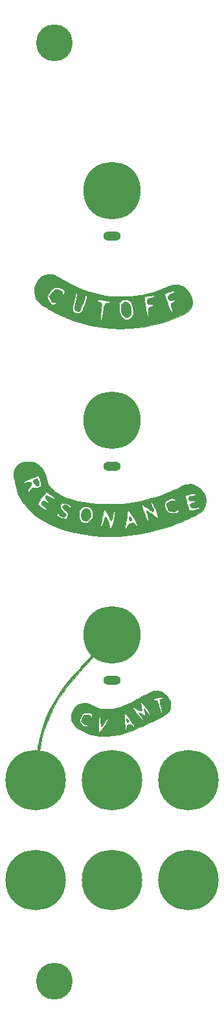
<source format=gbr>
G04 #@! TF.GenerationSoftware,KiCad,Pcbnew,5.1.10-88a1d61d58~88~ubuntu20.04.1*
G04 #@! TF.CreationDate,2021-04-30T11:17:43-07:00*
G04 #@! TF.ProjectId,reaper_panel,72656170-6572-45f7-9061-6e656c2e6b69,rev?*
G04 #@! TF.SameCoordinates,Original*
G04 #@! TF.FileFunction,Soldermask,Top*
G04 #@! TF.FilePolarity,Negative*
%FSLAX46Y46*%
G04 Gerber Fmt 4.6, Leading zero omitted, Abs format (unit mm)*
G04 Created by KiCad (PCBNEW 5.1.10-88a1d61d58~88~ubuntu20.04.1) date 2021-04-30 11:17:43*
%MOMM*%
%LPD*%
G01*
G04 APERTURE LIST*
%ADD10C,0.010000*%
%ADD11O,2.300000X1.200000*%
%ADD12C,7.500000*%
%ADD13C,7.900000*%
%ADD14C,4.800000*%
G04 APERTURE END LIST*
D10*
G36*
X-14045885Y38917642D02*
G01*
X-14014917Y38824477D01*
X-14032017Y38763938D01*
X-14068969Y38717925D01*
X-14160210Y38613427D01*
X-14302458Y38454041D01*
X-14492430Y38243365D01*
X-14726846Y37984996D01*
X-15002423Y37682531D01*
X-15315880Y37339566D01*
X-15663935Y36959700D01*
X-16043306Y36546530D01*
X-16450713Y36103652D01*
X-16882872Y35634663D01*
X-17234380Y35253744D01*
X-17803926Y34632510D01*
X-18317151Y34062884D01*
X-18779284Y33538337D01*
X-19195556Y33052339D01*
X-19571196Y32598363D01*
X-19911434Y32169879D01*
X-20221501Y31760358D01*
X-20506625Y31363271D01*
X-20772037Y30972089D01*
X-21022967Y30580283D01*
X-21168956Y30341842D01*
X-21692170Y29401988D01*
X-22165459Y28406617D01*
X-22582225Y27372954D01*
X-22935869Y26318222D01*
X-23219793Y25259647D01*
X-23350636Y24647000D01*
X-23381831Y24482617D01*
X-23409720Y24328237D01*
X-23435507Y24174469D01*
X-23460393Y24011918D01*
X-23485582Y23831191D01*
X-23512275Y23622895D01*
X-23541676Y23377636D01*
X-23574985Y23086020D01*
X-23613407Y22738656D01*
X-23658142Y22326148D01*
X-23710394Y21839104D01*
X-23712098Y21823168D01*
X-23752848Y21447063D01*
X-23791830Y21096686D01*
X-23827961Y20781095D01*
X-23860158Y20509346D01*
X-23887338Y20290496D01*
X-23908418Y20133603D01*
X-23922315Y20047723D01*
X-23925981Y20034585D01*
X-23988935Y19997659D01*
X-24082044Y19993656D01*
X-24161975Y20020461D01*
X-24184477Y20047195D01*
X-24188064Y20110491D01*
X-24181963Y20248277D01*
X-24167228Y20451061D01*
X-24144911Y20709351D01*
X-24116068Y21013653D01*
X-24081750Y21354476D01*
X-24043013Y21722327D01*
X-24000910Y22107714D01*
X-23956494Y22501145D01*
X-23910819Y22893126D01*
X-23864939Y23274167D01*
X-23819907Y23634773D01*
X-23776778Y23965454D01*
X-23736604Y24256716D01*
X-23700440Y24499068D01*
X-23670717Y24675574D01*
X-23421969Y25797111D01*
X-23090746Y26912485D01*
X-22679223Y28017204D01*
X-22189573Y29106776D01*
X-21623973Y30176709D01*
X-20984596Y31222511D01*
X-20273619Y32239689D01*
X-19585383Y33113666D01*
X-19513240Y33197366D01*
X-19389274Y33337625D01*
X-19218837Y33528559D01*
X-19007281Y33764279D01*
X-18759957Y34038901D01*
X-18482218Y34346538D01*
X-18179414Y34681303D01*
X-17856897Y35037311D01*
X-17520020Y35408675D01*
X-17174134Y35789509D01*
X-16824590Y36173927D01*
X-16476741Y36556042D01*
X-16135938Y36929969D01*
X-15807532Y37289820D01*
X-15496876Y37629710D01*
X-15209321Y37943752D01*
X-14950219Y38226061D01*
X-14724922Y38470749D01*
X-14538781Y38671932D01*
X-14397148Y38823721D01*
X-14317945Y38907233D01*
X-14216568Y38979263D01*
X-14136049Y38979705D01*
X-14045885Y38917642D01*
G37*
X-14045885Y38917642D02*
X-14014917Y38824477D01*
X-14032017Y38763938D01*
X-14068969Y38717925D01*
X-14160210Y38613427D01*
X-14302458Y38454041D01*
X-14492430Y38243365D01*
X-14726846Y37984996D01*
X-15002423Y37682531D01*
X-15315880Y37339566D01*
X-15663935Y36959700D01*
X-16043306Y36546530D01*
X-16450713Y36103652D01*
X-16882872Y35634663D01*
X-17234380Y35253744D01*
X-17803926Y34632510D01*
X-18317151Y34062884D01*
X-18779284Y33538337D01*
X-19195556Y33052339D01*
X-19571196Y32598363D01*
X-19911434Y32169879D01*
X-20221501Y31760358D01*
X-20506625Y31363271D01*
X-20772037Y30972089D01*
X-21022967Y30580283D01*
X-21168956Y30341842D01*
X-21692170Y29401988D01*
X-22165459Y28406617D01*
X-22582225Y27372954D01*
X-22935869Y26318222D01*
X-23219793Y25259647D01*
X-23350636Y24647000D01*
X-23381831Y24482617D01*
X-23409720Y24328237D01*
X-23435507Y24174469D01*
X-23460393Y24011918D01*
X-23485582Y23831191D01*
X-23512275Y23622895D01*
X-23541676Y23377636D01*
X-23574985Y23086020D01*
X-23613407Y22738656D01*
X-23658142Y22326148D01*
X-23710394Y21839104D01*
X-23712098Y21823168D01*
X-23752848Y21447063D01*
X-23791830Y21096686D01*
X-23827961Y20781095D01*
X-23860158Y20509346D01*
X-23887338Y20290496D01*
X-23908418Y20133603D01*
X-23922315Y20047723D01*
X-23925981Y20034585D01*
X-23988935Y19997659D01*
X-24082044Y19993656D01*
X-24161975Y20020461D01*
X-24184477Y20047195D01*
X-24188064Y20110491D01*
X-24181963Y20248277D01*
X-24167228Y20451061D01*
X-24144911Y20709351D01*
X-24116068Y21013653D01*
X-24081750Y21354476D01*
X-24043013Y21722327D01*
X-24000910Y22107714D01*
X-23956494Y22501145D01*
X-23910819Y22893126D01*
X-23864939Y23274167D01*
X-23819907Y23634773D01*
X-23776778Y23965454D01*
X-23736604Y24256716D01*
X-23700440Y24499068D01*
X-23670717Y24675574D01*
X-23421969Y25797111D01*
X-23090746Y26912485D01*
X-22679223Y28017204D01*
X-22189573Y29106776D01*
X-21623973Y30176709D01*
X-20984596Y31222511D01*
X-20273619Y32239689D01*
X-19585383Y33113666D01*
X-19513240Y33197366D01*
X-19389274Y33337625D01*
X-19218837Y33528559D01*
X-19007281Y33764279D01*
X-18759957Y34038901D01*
X-18482218Y34346538D01*
X-18179414Y34681303D01*
X-17856897Y35037311D01*
X-17520020Y35408675D01*
X-17174134Y35789509D01*
X-16824590Y36173927D01*
X-16476741Y36556042D01*
X-16135938Y36929969D01*
X-15807532Y37289820D01*
X-15496876Y37629710D01*
X-15209321Y37943752D01*
X-14950219Y38226061D01*
X-14724922Y38470749D01*
X-14538781Y38671932D01*
X-14397148Y38823721D01*
X-14317945Y38907233D01*
X-14216568Y38979263D01*
X-14136049Y38979705D01*
X-14045885Y38917642D01*
G36*
X-12089622Y82436072D02*
G01*
X-11945917Y82364007D01*
X-11793268Y82218323D01*
X-11668950Y82011132D01*
X-11577178Y81762088D01*
X-11522170Y81490845D01*
X-11508144Y81217056D01*
X-11539316Y80960375D01*
X-11604132Y80771084D01*
X-11726876Y80598039D01*
X-11887090Y80489612D01*
X-12068634Y80450819D01*
X-12255372Y80486676D01*
X-12352316Y80538591D01*
X-12545368Y80718869D01*
X-12688730Y80962550D01*
X-12779394Y81262406D01*
X-12814351Y81611205D01*
X-12814667Y81649859D01*
X-12787675Y81918080D01*
X-12712180Y82140439D01*
X-12596404Y82310177D01*
X-12448571Y82420535D01*
X-12276903Y82464753D01*
X-12089622Y82436072D01*
G37*
X-12089622Y82436072D02*
X-11945917Y82364007D01*
X-11793268Y82218323D01*
X-11668950Y82011132D01*
X-11577178Y81762088D01*
X-11522170Y81490845D01*
X-11508144Y81217056D01*
X-11539316Y80960375D01*
X-11604132Y80771084D01*
X-11726876Y80598039D01*
X-11887090Y80489612D01*
X-12068634Y80450819D01*
X-12255372Y80486676D01*
X-12352316Y80538591D01*
X-12545368Y80718869D01*
X-12688730Y80962550D01*
X-12779394Y81262406D01*
X-12814351Y81611205D01*
X-12814667Y81649859D01*
X-12787675Y81918080D01*
X-12712180Y82140439D01*
X-12596404Y82310177D01*
X-12448571Y82420535D01*
X-12276903Y82464753D01*
X-12089622Y82436072D01*
G36*
X-23801573Y59337497D02*
G01*
X-23730630Y59290436D01*
X-23696434Y59225209D01*
X-23653995Y59108496D01*
X-23609742Y58963800D01*
X-23570108Y58814621D01*
X-23541521Y58684459D01*
X-23530412Y58596815D01*
X-23534731Y58574492D01*
X-23577986Y58551580D01*
X-23673403Y58507965D01*
X-23738129Y58479780D01*
X-23928355Y58398240D01*
X-24012428Y58506649D01*
X-24162913Y58712598D01*
X-24268301Y58882595D01*
X-24322783Y59006751D01*
X-24329153Y59046038D01*
X-24292173Y59157158D01*
X-24196824Y59251705D01*
X-24067207Y59319839D01*
X-23927422Y59351717D01*
X-23801573Y59337497D01*
G37*
X-23801573Y59337497D02*
X-23730630Y59290436D01*
X-23696434Y59225209D01*
X-23653995Y59108496D01*
X-23609742Y58963800D01*
X-23570108Y58814621D01*
X-23541521Y58684459D01*
X-23530412Y58596815D01*
X-23534731Y58574492D01*
X-23577986Y58551580D01*
X-23673403Y58507965D01*
X-23738129Y58479780D01*
X-23928355Y58398240D01*
X-24012428Y58506649D01*
X-24162913Y58712598D01*
X-24268301Y58882595D01*
X-24322783Y59006751D01*
X-24329153Y59046038D01*
X-24292173Y59157158D01*
X-24196824Y59251705D01*
X-24067207Y59319839D01*
X-23927422Y59351717D01*
X-23801573Y59337497D01*
G36*
X-17144059Y55395301D02*
G01*
X-16990527Y55270067D01*
X-16874339Y55093973D01*
X-16807061Y54875351D01*
X-16794989Y54721115D01*
X-16827036Y54474198D01*
X-16913656Y54257073D01*
X-17043637Y54078521D01*
X-17205768Y53947324D01*
X-17388835Y53872264D01*
X-17581628Y53862122D01*
X-17772933Y53925679D01*
X-17794547Y53938242D01*
X-17923786Y54063453D01*
X-18009438Y54242197D01*
X-18052543Y54456053D01*
X-18054140Y54686603D01*
X-18015268Y54915427D01*
X-17936967Y55124106D01*
X-17820276Y55294222D01*
X-17713043Y55382503D01*
X-17516885Y55459853D01*
X-17323368Y55461341D01*
X-17144059Y55395301D01*
G37*
X-17144059Y55395301D02*
X-16990527Y55270067D01*
X-16874339Y55093973D01*
X-16807061Y54875351D01*
X-16794989Y54721115D01*
X-16827036Y54474198D01*
X-16913656Y54257073D01*
X-17043637Y54078521D01*
X-17205768Y53947324D01*
X-17388835Y53872264D01*
X-17581628Y53862122D01*
X-17772933Y53925679D01*
X-17794547Y53938242D01*
X-17923786Y54063453D01*
X-18009438Y54242197D01*
X-18052543Y54456053D01*
X-18054140Y54686603D01*
X-18015268Y54915427D01*
X-17936967Y55124106D01*
X-17820276Y55294222D01*
X-17713043Y55382503D01*
X-17516885Y55459853D01*
X-17323368Y55461341D01*
X-17144059Y55395301D01*
G36*
X-11630501Y54413846D02*
G01*
X-11560989Y54324950D01*
X-11499853Y54210832D01*
X-11463724Y54099343D01*
X-11460000Y54061554D01*
X-11488259Y53947412D01*
X-11557623Y53875979D01*
X-11644974Y53856874D01*
X-11727193Y53899714D01*
X-11754844Y53938884D01*
X-11792010Y54054340D01*
X-11801186Y54188618D01*
X-11785519Y54316246D01*
X-11748155Y54411753D01*
X-11692239Y54449665D01*
X-11691757Y54449667D01*
X-11630501Y54413846D01*
G37*
X-11630501Y54413846D02*
X-11560989Y54324950D01*
X-11499853Y54210832D01*
X-11463724Y54099343D01*
X-11460000Y54061554D01*
X-11488259Y53947412D01*
X-11557623Y53875979D01*
X-11644974Y53856874D01*
X-11727193Y53899714D01*
X-11754844Y53938884D01*
X-11792010Y54054340D01*
X-11801186Y54188618D01*
X-11785519Y54316246D01*
X-11748155Y54411753D01*
X-11692239Y54449665D01*
X-11691757Y54449667D01*
X-11630501Y54413846D01*
G36*
X-12020710Y28014558D02*
G01*
X-11954306Y27933601D01*
X-11891553Y27827560D01*
X-11849383Y27723436D01*
X-11841000Y27672103D01*
X-11870641Y27580303D01*
X-11941763Y27549733D01*
X-12027666Y27591424D01*
X-12030212Y27593926D01*
X-12089896Y27686385D01*
X-12125723Y27804409D01*
X-12135092Y27921207D01*
X-12115404Y28009990D01*
X-12073834Y28043425D01*
X-12020710Y28014558D01*
G37*
X-12020710Y28014558D02*
X-11954306Y27933601D01*
X-11891553Y27827560D01*
X-11849383Y27723436D01*
X-11841000Y27672103D01*
X-11870641Y27580303D01*
X-11941763Y27549733D01*
X-12027666Y27591424D01*
X-12030212Y27593926D01*
X-12089896Y27686385D01*
X-12125723Y27804409D01*
X-12135092Y27921207D01*
X-12115404Y28009990D01*
X-12073834Y28043425D01*
X-12020710Y28014558D01*
G36*
X-21815665Y86047606D02*
G01*
X-21616257Y85995260D01*
X-21496158Y85942973D01*
X-21324730Y85854665D01*
X-21121317Y85740939D01*
X-20905263Y85612400D01*
X-20811924Y85554353D01*
X-19856742Y84989484D01*
X-18905223Y84504473D01*
X-17947130Y84095659D01*
X-16972226Y83759383D01*
X-15970275Y83491984D01*
X-14931039Y83289801D01*
X-14190500Y83186834D01*
X-13918605Y83163001D01*
X-13581729Y83146391D01*
X-13199237Y83136861D01*
X-12790492Y83134267D01*
X-12374861Y83138467D01*
X-11971707Y83149318D01*
X-11600395Y83166675D01*
X-11280290Y83190397D01*
X-11105185Y83209639D01*
X-10088970Y83373597D01*
X-9758355Y83449282D01*
X-7179399Y83449282D01*
X-7059612Y83099391D01*
X-6953571Y82796782D01*
X-6841501Y82489537D01*
X-6727608Y82188004D01*
X-6616096Y81902534D01*
X-6511171Y81643475D01*
X-6417036Y81421177D01*
X-6337897Y81245988D01*
X-6277959Y81128259D01*
X-6241426Y81078337D01*
X-6238051Y81077334D01*
X-6185585Y81090602D01*
X-6150630Y81103030D01*
X-6111696Y81123776D01*
X-6092198Y81158597D01*
X-6093785Y81221738D01*
X-6118106Y81327447D01*
X-6166810Y81489969D01*
X-6211743Y81631014D01*
X-6281973Y81861019D01*
X-6317060Y82029423D01*
X-6310843Y82154175D01*
X-6257160Y82253228D01*
X-6149851Y82344531D01*
X-5982754Y82446035D01*
X-5919922Y82481227D01*
X-5831795Y82547157D01*
X-5812182Y82618249D01*
X-5816436Y82639977D01*
X-5874001Y82709346D01*
X-5991575Y82728400D01*
X-6160391Y82696198D01*
X-6205097Y82681599D01*
X-6381687Y82654442D01*
X-6527756Y82706037D01*
X-6635155Y82824720D01*
X-6708763Y82983585D01*
X-6717648Y83122460D01*
X-6657432Y83248975D01*
X-6523737Y83370762D01*
X-6312183Y83495450D01*
X-6225904Y83537886D01*
X-6058036Y83619900D01*
X-5954783Y83678523D01*
X-5903117Y83724131D01*
X-5890011Y83767095D01*
X-5896502Y83800177D01*
X-5926132Y83881268D01*
X-5942962Y83912342D01*
X-5999541Y83918770D01*
X-6116024Y83896328D01*
X-6275190Y83851078D01*
X-6459820Y83789081D01*
X-6652691Y83716398D01*
X-6836583Y83639089D01*
X-6994274Y83563215D01*
X-7086616Y83509839D01*
X-7179399Y83449282D01*
X-9758355Y83449282D01*
X-9119952Y83595426D01*
X-8178919Y83880471D01*
X-7246664Y84234079D01*
X-6920892Y84374144D01*
X-6567954Y84522068D01*
X-6269133Y84626329D01*
X-6007746Y84689693D01*
X-5767110Y84714929D01*
X-5530542Y84704802D01*
X-5281360Y84662082D01*
X-5240940Y84652816D01*
X-4854450Y84519343D01*
X-4494692Y84311741D01*
X-4172711Y84039082D01*
X-3899554Y83710438D01*
X-3718022Y83402042D01*
X-3556687Y82997047D01*
X-3477044Y82607982D01*
X-3477853Y82238779D01*
X-3557876Y81893371D01*
X-3715873Y81575693D01*
X-3950607Y81289676D01*
X-4260837Y81039253D01*
X-4507885Y80894590D01*
X-5268253Y80535137D01*
X-6095797Y80202891D01*
X-6976320Y79901665D01*
X-7895625Y79635276D01*
X-8839516Y79407539D01*
X-9793798Y79222268D01*
X-10744273Y79083279D01*
X-11542546Y79004074D01*
X-11822713Y78987959D01*
X-12164649Y78976551D01*
X-12547576Y78969833D01*
X-12950718Y78967785D01*
X-13353299Y78970387D01*
X-13734540Y78977621D01*
X-14073667Y78989466D01*
X-14349901Y79005903D01*
X-14359834Y79006695D01*
X-15596496Y79148778D01*
X-16817784Y79373363D01*
X-18019533Y79679031D01*
X-19197583Y80064364D01*
X-20347770Y80527942D01*
X-21465932Y81068346D01*
X-22372588Y81584375D01*
X-19164667Y81584375D01*
X-19160039Y81418988D01*
X-19141038Y81308608D01*
X-19099986Y81223840D01*
X-19055276Y81165492D01*
X-18903083Y81041806D01*
X-18706029Y80960986D01*
X-18490808Y80927467D01*
X-18284111Y80945688D01*
X-18125860Y81011016D01*
X-18032448Y81106234D01*
X-17926597Y81271068D01*
X-17813443Y81492309D01*
X-17698125Y81756752D01*
X-17585781Y82051188D01*
X-17481547Y82362411D01*
X-17415844Y82589743D01*
X-15928351Y82589743D01*
X-15916815Y82543550D01*
X-15837002Y82501228D01*
X-15748434Y82474010D01*
X-15614555Y82431615D01*
X-15512436Y82379039D01*
X-15439839Y82306284D01*
X-15394523Y82203351D01*
X-15374252Y82060242D01*
X-15376786Y81866958D01*
X-15399887Y81613500D01*
X-15441316Y81289871D01*
X-15457446Y81174335D01*
X-15503176Y80842332D01*
X-15535517Y80584658D01*
X-15554945Y80392118D01*
X-15561935Y80255516D01*
X-15556959Y80165659D01*
X-15540494Y80113351D01*
X-15513417Y80089556D01*
X-15429559Y80078691D01*
X-15373481Y80135125D01*
X-15345288Y80212259D01*
X-15327405Y80293524D01*
X-15299486Y80442336D01*
X-15264372Y80642559D01*
X-15224902Y80878057D01*
X-15189320Y81098500D01*
X-15131140Y81450475D01*
X-15120612Y81505328D01*
X-13099905Y81505328D01*
X-13045960Y81134641D01*
X-12941385Y80808834D01*
X-12790734Y80536640D01*
X-12598562Y80326792D01*
X-12426225Y80213721D01*
X-12270976Y80142579D01*
X-12150815Y80110967D01*
X-12028350Y80114653D01*
X-11866190Y80149404D01*
X-11863647Y80150044D01*
X-11643776Y80247347D01*
X-11464492Y80414713D01*
X-11330278Y80645623D01*
X-11245618Y80933556D01*
X-11225021Y81078620D01*
X-11220995Y81404394D01*
X-11269419Y81728181D01*
X-11363908Y82034478D01*
X-11498075Y82307783D01*
X-11665536Y82532595D01*
X-11859905Y82693409D01*
X-11899210Y82715377D01*
X-12070308Y82767517D01*
X-12278892Y82779346D01*
X-12488263Y82751356D01*
X-12621318Y82705682D01*
X-12800914Y82575185D01*
X-12943081Y82378060D01*
X-13043276Y82125698D01*
X-13096959Y81829489D01*
X-13099905Y81505328D01*
X-15120612Y81505328D01*
X-15078024Y81727207D01*
X-15025405Y81937570D01*
X-14968717Y82090440D01*
X-14903394Y82194691D01*
X-14824868Y82259196D01*
X-14728572Y82292832D01*
X-14609941Y82304471D01*
X-14568477Y82305000D01*
X-14441908Y82311471D01*
X-14358440Y82328142D01*
X-14338667Y82343871D01*
X-14324703Y82415241D01*
X-14313963Y82447121D01*
X-14321041Y82495488D01*
X-14392756Y82536335D01*
X-14472713Y82561124D01*
X-14675347Y82608858D01*
X-14900770Y82650381D01*
X-15134196Y82684369D01*
X-15360839Y82709495D01*
X-15565911Y82724437D01*
X-15734627Y82727867D01*
X-15852199Y82718462D01*
X-15903841Y82694897D01*
X-15905000Y82689463D01*
X-15918966Y82617497D01*
X-15928351Y82589743D01*
X-17415844Y82589743D01*
X-17390562Y82677214D01*
X-17326030Y82948477D01*
X-9809000Y82948477D01*
X-9801832Y82855812D01*
X-9781961Y82696485D01*
X-9751840Y82485241D01*
X-9713922Y82236827D01*
X-9670658Y81965986D01*
X-9624501Y81687466D01*
X-9577903Y81416010D01*
X-9533316Y81166365D01*
X-9493193Y80953275D01*
X-9459986Y80791487D01*
X-9436147Y80695746D01*
X-9432692Y80685750D01*
X-9367181Y80591785D01*
X-9302048Y80569334D01*
X-9244747Y80584084D01*
X-9220692Y80643422D01*
X-9217172Y80728084D01*
X-9223861Y80854254D01*
X-9240443Y81024313D01*
X-9260170Y81178491D01*
X-9280216Y81345717D01*
X-9280018Y81460458D01*
X-9257340Y81552958D01*
X-9227582Y81619297D01*
X-9167585Y81713468D01*
X-9085717Y81775956D01*
X-8953751Y81826732D01*
X-8920000Y81836904D01*
X-8784774Y81881933D01*
X-8711778Y81925439D01*
X-8680293Y81982873D01*
X-8673772Y82020515D01*
X-8669880Y82082420D01*
X-8688596Y82116864D01*
X-8748176Y82131899D01*
X-8866874Y82135574D01*
X-8934893Y82135667D01*
X-9123055Y82140035D01*
X-9247112Y82158071D01*
X-9327392Y82197175D01*
X-9384223Y82264748D01*
X-9408400Y82308028D01*
X-9464888Y82489044D01*
X-9441368Y82650961D01*
X-9341334Y82788644D01*
X-9168287Y82896957D01*
X-8962334Y82963016D01*
X-8745525Y83015412D01*
X-8603170Y83061136D01*
X-8526065Y83106566D01*
X-8505010Y83158079D01*
X-8530802Y83222054D01*
X-8549584Y83249095D01*
X-8583669Y83282292D01*
X-8636255Y83299332D01*
X-8725660Y83301412D01*
X-8870201Y83289730D01*
X-8983500Y83277461D01*
X-9187849Y83249908D01*
X-9390561Y83215034D01*
X-9555007Y83179319D01*
X-9586750Y83170759D01*
X-9714372Y83131029D01*
X-9780473Y83093142D01*
X-9805275Y83036875D01*
X-9809000Y82948477D01*
X-17326030Y82948477D01*
X-17317962Y82982389D01*
X-17280800Y83183417D01*
X-17266537Y83295681D01*
X-17277925Y83347763D01*
X-17324750Y83362646D01*
X-17357409Y83363334D01*
X-17403357Y83357482D01*
X-17441393Y83331101D01*
X-17478481Y83270951D01*
X-17521586Y83163794D01*
X-17577672Y82996391D01*
X-17619069Y82865917D01*
X-17739025Y82497530D01*
X-17856810Y82160185D01*
X-17968957Y81862292D01*
X-18072002Y81612263D01*
X-18162477Y81418508D01*
X-18236917Y81289436D01*
X-18291800Y81233479D01*
X-18367144Y81232537D01*
X-18490768Y81255409D01*
X-18632647Y81293707D01*
X-18762755Y81339044D01*
X-18851068Y81383034D01*
X-18863407Y81393146D01*
X-18890204Y81470930D01*
X-18893958Y81622029D01*
X-18875654Y81838571D01*
X-18836273Y82112682D01*
X-18776798Y82436492D01*
X-18698212Y82802128D01*
X-18675151Y82901456D01*
X-18610648Y83179416D01*
X-18566195Y83385486D01*
X-18541145Y83529874D01*
X-18534851Y83622787D01*
X-18546667Y83674433D01*
X-18575946Y83695022D01*
X-18622041Y83694759D01*
X-18624917Y83694361D01*
X-18672489Y83676210D01*
X-18715569Y83627197D01*
X-18761765Y83533185D01*
X-18818685Y83380031D01*
X-18859950Y83257500D01*
X-18950767Y82946846D01*
X-19031337Y82603836D01*
X-19096881Y82254711D01*
X-19142621Y81925708D01*
X-19163778Y81643068D01*
X-19164667Y81584375D01*
X-22372588Y81584375D01*
X-22547906Y81684158D01*
X-22938241Y81930843D01*
X-23293335Y82181492D01*
X-23574681Y82427799D01*
X-23791695Y82681303D01*
X-23953794Y82953538D01*
X-23968825Y82992535D01*
X-22427167Y82992535D01*
X-22362776Y82735836D01*
X-22217154Y82475401D01*
X-22042785Y82262073D01*
X-21940645Y82161150D01*
X-21854344Y82110881D01*
X-21748749Y82094318D01*
X-21693027Y82093334D01*
X-21532098Y82111395D01*
X-21430455Y82161927D01*
X-21430410Y82161972D01*
X-21369494Y82252392D01*
X-21389521Y82321613D01*
X-21491001Y82370221D01*
X-21633075Y82394867D01*
X-21767685Y82414198D01*
X-21863904Y82447999D01*
X-21935983Y82511194D01*
X-21998168Y82618709D01*
X-22064709Y82785468D01*
X-22099877Y82883836D01*
X-22208183Y83191067D01*
X-22042715Y83438858D01*
X-21921372Y83601316D01*
X-21770621Y83776929D01*
X-21641960Y83909173D01*
X-21524836Y84016477D01*
X-21432451Y84081421D01*
X-21342315Y84107234D01*
X-21231936Y84097145D01*
X-21078824Y84054384D01*
X-20942667Y84009575D01*
X-20731137Y83923319D01*
X-20596177Y83828440D01*
X-20529705Y83717899D01*
X-20519334Y83640801D01*
X-20500471Y83527207D01*
X-20454950Y83447299D01*
X-20453526Y83446085D01*
X-20378389Y83426403D01*
X-20304179Y83477506D01*
X-20242741Y83586219D01*
X-20208750Y83718374D01*
X-20201159Y83834901D01*
X-20232909Y83917679D01*
X-20311792Y84002187D01*
X-20533550Y84166022D01*
X-20788739Y84284160D01*
X-21055757Y84350989D01*
X-21313001Y84360895D01*
X-21519541Y84316031D01*
X-21694243Y84219720D01*
X-21883809Y84067009D01*
X-22067729Y83878421D01*
X-22225494Y83674480D01*
X-22317294Y83517757D01*
X-22411587Y83251256D01*
X-22427167Y82992535D01*
X-23968825Y82992535D01*
X-24070395Y83256044D01*
X-24096853Y83350350D01*
X-24155335Y83733044D01*
X-24139590Y84123336D01*
X-24055791Y84509291D01*
X-23910112Y84878974D01*
X-23708726Y85220450D01*
X-23457807Y85521785D01*
X-23163528Y85771043D01*
X-22832064Y85956289D01*
X-22727773Y85997075D01*
X-22444238Y86062834D01*
X-22128064Y86079657D01*
X-21815665Y86047606D01*
G37*
X-21815665Y86047606D02*
X-21616257Y85995260D01*
X-21496158Y85942973D01*
X-21324730Y85854665D01*
X-21121317Y85740939D01*
X-20905263Y85612400D01*
X-20811924Y85554353D01*
X-19856742Y84989484D01*
X-18905223Y84504473D01*
X-17947130Y84095659D01*
X-16972226Y83759383D01*
X-15970275Y83491984D01*
X-14931039Y83289801D01*
X-14190500Y83186834D01*
X-13918605Y83163001D01*
X-13581729Y83146391D01*
X-13199237Y83136861D01*
X-12790492Y83134267D01*
X-12374861Y83138467D01*
X-11971707Y83149318D01*
X-11600395Y83166675D01*
X-11280290Y83190397D01*
X-11105185Y83209639D01*
X-10088970Y83373597D01*
X-9758355Y83449282D01*
X-7179399Y83449282D01*
X-7059612Y83099391D01*
X-6953571Y82796782D01*
X-6841501Y82489537D01*
X-6727608Y82188004D01*
X-6616096Y81902534D01*
X-6511171Y81643475D01*
X-6417036Y81421177D01*
X-6337897Y81245988D01*
X-6277959Y81128259D01*
X-6241426Y81078337D01*
X-6238051Y81077334D01*
X-6185585Y81090602D01*
X-6150630Y81103030D01*
X-6111696Y81123776D01*
X-6092198Y81158597D01*
X-6093785Y81221738D01*
X-6118106Y81327447D01*
X-6166810Y81489969D01*
X-6211743Y81631014D01*
X-6281973Y81861019D01*
X-6317060Y82029423D01*
X-6310843Y82154175D01*
X-6257160Y82253228D01*
X-6149851Y82344531D01*
X-5982754Y82446035D01*
X-5919922Y82481227D01*
X-5831795Y82547157D01*
X-5812182Y82618249D01*
X-5816436Y82639977D01*
X-5874001Y82709346D01*
X-5991575Y82728400D01*
X-6160391Y82696198D01*
X-6205097Y82681599D01*
X-6381687Y82654442D01*
X-6527756Y82706037D01*
X-6635155Y82824720D01*
X-6708763Y82983585D01*
X-6717648Y83122460D01*
X-6657432Y83248975D01*
X-6523737Y83370762D01*
X-6312183Y83495450D01*
X-6225904Y83537886D01*
X-6058036Y83619900D01*
X-5954783Y83678523D01*
X-5903117Y83724131D01*
X-5890011Y83767095D01*
X-5896502Y83800177D01*
X-5926132Y83881268D01*
X-5942962Y83912342D01*
X-5999541Y83918770D01*
X-6116024Y83896328D01*
X-6275190Y83851078D01*
X-6459820Y83789081D01*
X-6652691Y83716398D01*
X-6836583Y83639089D01*
X-6994274Y83563215D01*
X-7086616Y83509839D01*
X-7179399Y83449282D01*
X-9758355Y83449282D01*
X-9119952Y83595426D01*
X-8178919Y83880471D01*
X-7246664Y84234079D01*
X-6920892Y84374144D01*
X-6567954Y84522068D01*
X-6269133Y84626329D01*
X-6007746Y84689693D01*
X-5767110Y84714929D01*
X-5530542Y84704802D01*
X-5281360Y84662082D01*
X-5240940Y84652816D01*
X-4854450Y84519343D01*
X-4494692Y84311741D01*
X-4172711Y84039082D01*
X-3899554Y83710438D01*
X-3718022Y83402042D01*
X-3556687Y82997047D01*
X-3477044Y82607982D01*
X-3477853Y82238779D01*
X-3557876Y81893371D01*
X-3715873Y81575693D01*
X-3950607Y81289676D01*
X-4260837Y81039253D01*
X-4507885Y80894590D01*
X-5268253Y80535137D01*
X-6095797Y80202891D01*
X-6976320Y79901665D01*
X-7895625Y79635276D01*
X-8839516Y79407539D01*
X-9793798Y79222268D01*
X-10744273Y79083279D01*
X-11542546Y79004074D01*
X-11822713Y78987959D01*
X-12164649Y78976551D01*
X-12547576Y78969833D01*
X-12950718Y78967785D01*
X-13353299Y78970387D01*
X-13734540Y78977621D01*
X-14073667Y78989466D01*
X-14349901Y79005903D01*
X-14359834Y79006695D01*
X-15596496Y79148778D01*
X-16817784Y79373363D01*
X-18019533Y79679031D01*
X-19197583Y80064364D01*
X-20347770Y80527942D01*
X-21465932Y81068346D01*
X-22372588Y81584375D01*
X-19164667Y81584375D01*
X-19160039Y81418988D01*
X-19141038Y81308608D01*
X-19099986Y81223840D01*
X-19055276Y81165492D01*
X-18903083Y81041806D01*
X-18706029Y80960986D01*
X-18490808Y80927467D01*
X-18284111Y80945688D01*
X-18125860Y81011016D01*
X-18032448Y81106234D01*
X-17926597Y81271068D01*
X-17813443Y81492309D01*
X-17698125Y81756752D01*
X-17585781Y82051188D01*
X-17481547Y82362411D01*
X-17415844Y82589743D01*
X-15928351Y82589743D01*
X-15916815Y82543550D01*
X-15837002Y82501228D01*
X-15748434Y82474010D01*
X-15614555Y82431615D01*
X-15512436Y82379039D01*
X-15439839Y82306284D01*
X-15394523Y82203351D01*
X-15374252Y82060242D01*
X-15376786Y81866958D01*
X-15399887Y81613500D01*
X-15441316Y81289871D01*
X-15457446Y81174335D01*
X-15503176Y80842332D01*
X-15535517Y80584658D01*
X-15554945Y80392118D01*
X-15561935Y80255516D01*
X-15556959Y80165659D01*
X-15540494Y80113351D01*
X-15513417Y80089556D01*
X-15429559Y80078691D01*
X-15373481Y80135125D01*
X-15345288Y80212259D01*
X-15327405Y80293524D01*
X-15299486Y80442336D01*
X-15264372Y80642559D01*
X-15224902Y80878057D01*
X-15189320Y81098500D01*
X-15131140Y81450475D01*
X-15120612Y81505328D01*
X-13099905Y81505328D01*
X-13045960Y81134641D01*
X-12941385Y80808834D01*
X-12790734Y80536640D01*
X-12598562Y80326792D01*
X-12426225Y80213721D01*
X-12270976Y80142579D01*
X-12150815Y80110967D01*
X-12028350Y80114653D01*
X-11866190Y80149404D01*
X-11863647Y80150044D01*
X-11643776Y80247347D01*
X-11464492Y80414713D01*
X-11330278Y80645623D01*
X-11245618Y80933556D01*
X-11225021Y81078620D01*
X-11220995Y81404394D01*
X-11269419Y81728181D01*
X-11363908Y82034478D01*
X-11498075Y82307783D01*
X-11665536Y82532595D01*
X-11859905Y82693409D01*
X-11899210Y82715377D01*
X-12070308Y82767517D01*
X-12278892Y82779346D01*
X-12488263Y82751356D01*
X-12621318Y82705682D01*
X-12800914Y82575185D01*
X-12943081Y82378060D01*
X-13043276Y82125698D01*
X-13096959Y81829489D01*
X-13099905Y81505328D01*
X-15120612Y81505328D01*
X-15078024Y81727207D01*
X-15025405Y81937570D01*
X-14968717Y82090440D01*
X-14903394Y82194691D01*
X-14824868Y82259196D01*
X-14728572Y82292832D01*
X-14609941Y82304471D01*
X-14568477Y82305000D01*
X-14441908Y82311471D01*
X-14358440Y82328142D01*
X-14338667Y82343871D01*
X-14324703Y82415241D01*
X-14313963Y82447121D01*
X-14321041Y82495488D01*
X-14392756Y82536335D01*
X-14472713Y82561124D01*
X-14675347Y82608858D01*
X-14900770Y82650381D01*
X-15134196Y82684369D01*
X-15360839Y82709495D01*
X-15565911Y82724437D01*
X-15734627Y82727867D01*
X-15852199Y82718462D01*
X-15903841Y82694897D01*
X-15905000Y82689463D01*
X-15918966Y82617497D01*
X-15928351Y82589743D01*
X-17415844Y82589743D01*
X-17390562Y82677214D01*
X-17326030Y82948477D01*
X-9809000Y82948477D01*
X-9801832Y82855812D01*
X-9781961Y82696485D01*
X-9751840Y82485241D01*
X-9713922Y82236827D01*
X-9670658Y81965986D01*
X-9624501Y81687466D01*
X-9577903Y81416010D01*
X-9533316Y81166365D01*
X-9493193Y80953275D01*
X-9459986Y80791487D01*
X-9436147Y80695746D01*
X-9432692Y80685750D01*
X-9367181Y80591785D01*
X-9302048Y80569334D01*
X-9244747Y80584084D01*
X-9220692Y80643422D01*
X-9217172Y80728084D01*
X-9223861Y80854254D01*
X-9240443Y81024313D01*
X-9260170Y81178491D01*
X-9280216Y81345717D01*
X-9280018Y81460458D01*
X-9257340Y81552958D01*
X-9227582Y81619297D01*
X-9167585Y81713468D01*
X-9085717Y81775956D01*
X-8953751Y81826732D01*
X-8920000Y81836904D01*
X-8784774Y81881933D01*
X-8711778Y81925439D01*
X-8680293Y81982873D01*
X-8673772Y82020515D01*
X-8669880Y82082420D01*
X-8688596Y82116864D01*
X-8748176Y82131899D01*
X-8866874Y82135574D01*
X-8934893Y82135667D01*
X-9123055Y82140035D01*
X-9247112Y82158071D01*
X-9327392Y82197175D01*
X-9384223Y82264748D01*
X-9408400Y82308028D01*
X-9464888Y82489044D01*
X-9441368Y82650961D01*
X-9341334Y82788644D01*
X-9168287Y82896957D01*
X-8962334Y82963016D01*
X-8745525Y83015412D01*
X-8603170Y83061136D01*
X-8526065Y83106566D01*
X-8505010Y83158079D01*
X-8530802Y83222054D01*
X-8549584Y83249095D01*
X-8583669Y83282292D01*
X-8636255Y83299332D01*
X-8725660Y83301412D01*
X-8870201Y83289730D01*
X-8983500Y83277461D01*
X-9187849Y83249908D01*
X-9390561Y83215034D01*
X-9555007Y83179319D01*
X-9586750Y83170759D01*
X-9714372Y83131029D01*
X-9780473Y83093142D01*
X-9805275Y83036875D01*
X-9809000Y82948477D01*
X-17326030Y82948477D01*
X-17317962Y82982389D01*
X-17280800Y83183417D01*
X-17266537Y83295681D01*
X-17277925Y83347763D01*
X-17324750Y83362646D01*
X-17357409Y83363334D01*
X-17403357Y83357482D01*
X-17441393Y83331101D01*
X-17478481Y83270951D01*
X-17521586Y83163794D01*
X-17577672Y82996391D01*
X-17619069Y82865917D01*
X-17739025Y82497530D01*
X-17856810Y82160185D01*
X-17968957Y81862292D01*
X-18072002Y81612263D01*
X-18162477Y81418508D01*
X-18236917Y81289436D01*
X-18291800Y81233479D01*
X-18367144Y81232537D01*
X-18490768Y81255409D01*
X-18632647Y81293707D01*
X-18762755Y81339044D01*
X-18851068Y81383034D01*
X-18863407Y81393146D01*
X-18890204Y81470930D01*
X-18893958Y81622029D01*
X-18875654Y81838571D01*
X-18836273Y82112682D01*
X-18776798Y82436492D01*
X-18698212Y82802128D01*
X-18675151Y82901456D01*
X-18610648Y83179416D01*
X-18566195Y83385486D01*
X-18541145Y83529874D01*
X-18534851Y83622787D01*
X-18546667Y83674433D01*
X-18575946Y83695022D01*
X-18622041Y83694759D01*
X-18624917Y83694361D01*
X-18672489Y83676210D01*
X-18715569Y83627197D01*
X-18761765Y83533185D01*
X-18818685Y83380031D01*
X-18859950Y83257500D01*
X-18950767Y82946846D01*
X-19031337Y82603836D01*
X-19096881Y82254711D01*
X-19142621Y81925708D01*
X-19163778Y81643068D01*
X-19164667Y81584375D01*
X-22372588Y81584375D01*
X-22547906Y81684158D01*
X-22938241Y81930843D01*
X-23293335Y82181492D01*
X-23574681Y82427799D01*
X-23791695Y82681303D01*
X-23953794Y82953538D01*
X-23968825Y82992535D01*
X-22427167Y82992535D01*
X-22362776Y82735836D01*
X-22217154Y82475401D01*
X-22042785Y82262073D01*
X-21940645Y82161150D01*
X-21854344Y82110881D01*
X-21748749Y82094318D01*
X-21693027Y82093334D01*
X-21532098Y82111395D01*
X-21430455Y82161927D01*
X-21430410Y82161972D01*
X-21369494Y82252392D01*
X-21389521Y82321613D01*
X-21491001Y82370221D01*
X-21633075Y82394867D01*
X-21767685Y82414198D01*
X-21863904Y82447999D01*
X-21935983Y82511194D01*
X-21998168Y82618709D01*
X-22064709Y82785468D01*
X-22099877Y82883836D01*
X-22208183Y83191067D01*
X-22042715Y83438858D01*
X-21921372Y83601316D01*
X-21770621Y83776929D01*
X-21641960Y83909173D01*
X-21524836Y84016477D01*
X-21432451Y84081421D01*
X-21342315Y84107234D01*
X-21231936Y84097145D01*
X-21078824Y84054384D01*
X-20942667Y84009575D01*
X-20731137Y83923319D01*
X-20596177Y83828440D01*
X-20529705Y83717899D01*
X-20519334Y83640801D01*
X-20500471Y83527207D01*
X-20454950Y83447299D01*
X-20453526Y83446085D01*
X-20378389Y83426403D01*
X-20304179Y83477506D01*
X-20242741Y83586219D01*
X-20208750Y83718374D01*
X-20201159Y83834901D01*
X-20232909Y83917679D01*
X-20311792Y84002187D01*
X-20533550Y84166022D01*
X-20788739Y84284160D01*
X-21055757Y84350989D01*
X-21313001Y84360895D01*
X-21519541Y84316031D01*
X-21694243Y84219720D01*
X-21883809Y84067009D01*
X-22067729Y83878421D01*
X-22225494Y83674480D01*
X-22317294Y83517757D01*
X-22411587Y83251256D01*
X-22427167Y82992535D01*
X-23968825Y82992535D01*
X-24070395Y83256044D01*
X-24096853Y83350350D01*
X-24155335Y83733044D01*
X-24139590Y84123336D01*
X-24055791Y84509291D01*
X-23910112Y84878974D01*
X-23708726Y85220450D01*
X-23457807Y85521785D01*
X-23163528Y85771043D01*
X-22832064Y85956289D01*
X-22727773Y85997075D01*
X-22444238Y86062834D01*
X-22128064Y86079657D01*
X-21815665Y86047606D01*
G36*
X-24599301Y61564711D02*
G01*
X-24163586Y61449864D01*
X-23863667Y61322177D01*
X-23503271Y61099452D01*
X-23197666Y60814949D01*
X-22951600Y60475181D01*
X-22769819Y60086666D01*
X-22659419Y59669476D01*
X-22576077Y59272022D01*
X-22473015Y58938201D01*
X-22340668Y58647593D01*
X-22169471Y58379776D01*
X-21949859Y58114329D01*
X-21911630Y58072896D01*
X-21525725Y57715206D01*
X-21068412Y57392511D01*
X-20538932Y57104584D01*
X-19936525Y56851198D01*
X-19260432Y56632127D01*
X-18509894Y56447145D01*
X-17684151Y56296026D01*
X-16782443Y56178541D01*
X-15804012Y56094466D01*
X-15159996Y56059083D01*
X-13857817Y56042828D01*
X-12569602Y56109265D01*
X-11297359Y56258116D01*
X-10043095Y56489106D01*
X-8808819Y56801959D01*
X-8058114Y57035706D01*
X-7615574Y57188362D01*
X-7597441Y57195094D01*
X-4443721Y57195094D01*
X-4419062Y56997130D01*
X-4397629Y56882710D01*
X-4356018Y56706130D01*
X-4299433Y56486000D01*
X-4233080Y56240934D01*
X-4162163Y55989542D01*
X-4091887Y55750437D01*
X-4027458Y55542230D01*
X-3974079Y55383533D01*
X-3950914Y55323129D01*
X-3927207Y55263474D01*
X-3904995Y55220971D01*
X-3871988Y55195304D01*
X-3815895Y55186162D01*
X-3724423Y55193230D01*
X-3585283Y55216194D01*
X-3386182Y55254742D01*
X-3145171Y55302578D01*
X-2907441Y55352578D01*
X-2742349Y55395847D01*
X-2638607Y55436814D01*
X-2584923Y55479905D01*
X-2570000Y55528158D01*
X-2582503Y55581263D01*
X-2628474Y55612254D01*
X-2720608Y55622728D01*
X-2871600Y55614283D01*
X-3072114Y55591342D01*
X-3326102Y55568030D01*
X-3512899Y55575045D01*
X-3645717Y55616183D01*
X-3737766Y55695240D01*
X-3795530Y55799175D01*
X-3825393Y55949792D01*
X-3777340Y56072939D01*
X-3649976Y56170627D01*
X-3496493Y56229908D01*
X-3332855Y56280730D01*
X-3236392Y56320392D01*
X-3192360Y56359134D01*
X-3186018Y56407196D01*
X-3193082Y56440663D01*
X-3210963Y56484109D01*
X-3248644Y56507023D01*
X-3325173Y56512661D01*
X-3459596Y56504280D01*
X-3529270Y56498147D01*
X-3693839Y56485588D01*
X-3798834Y56487329D01*
X-3868728Y56507445D01*
X-3927992Y56550010D01*
X-3947329Y56567739D01*
X-4020187Y56664331D01*
X-4051637Y56761826D01*
X-4051667Y56764213D01*
X-4039475Y56849882D01*
X-3996156Y56922070D01*
X-3911599Y56986344D01*
X-3775690Y57048272D01*
X-3578318Y57113419D01*
X-3309370Y57187354D01*
X-3259705Y57200195D01*
X-3123387Y57243835D01*
X-3058491Y57292466D01*
X-3052106Y57358591D01*
X-3062447Y57391195D01*
X-3093216Y57431945D01*
X-3157980Y57445946D01*
X-3279241Y57437134D01*
X-3306001Y57433791D01*
X-3554954Y57395280D01*
X-3839374Y57341462D01*
X-4113639Y57281381D01*
X-4258278Y57245030D01*
X-4443721Y57195094D01*
X-7597441Y57195094D01*
X-7195855Y57344181D01*
X-6779434Y57511265D01*
X-6346785Y57697717D01*
X-5878385Y57911640D01*
X-5406334Y58136182D01*
X-5079539Y58292183D01*
X-4816723Y58413246D01*
X-4606927Y58503833D01*
X-4439188Y58568408D01*
X-4302547Y58611432D01*
X-4186042Y58637367D01*
X-4168084Y58640300D01*
X-3787125Y58657890D01*
X-3408876Y58597113D01*
X-3044213Y58463875D01*
X-2704016Y58264081D01*
X-2399160Y58003635D01*
X-2140525Y57688443D01*
X-2007906Y57467646D01*
X-1836204Y57065636D01*
X-1744497Y56669787D01*
X-1732178Y56285632D01*
X-1798640Y55918700D01*
X-1943276Y55574522D01*
X-2165479Y55258627D01*
X-2261597Y55155636D01*
X-2434010Y55010608D01*
X-2679315Y54844623D01*
X-2989441Y54661493D01*
X-3356316Y54465032D01*
X-3771872Y54259054D01*
X-4228037Y54047373D01*
X-4716741Y53833802D01*
X-5229913Y53622155D01*
X-5759483Y53416245D01*
X-6297381Y53219887D01*
X-6526705Y53140201D01*
X-7819958Y52734994D01*
X-9104700Y52408464D01*
X-10395460Y52157812D01*
X-11706763Y51980245D01*
X-13053140Y51872965D01*
X-13132543Y51868844D01*
X-13516268Y51850832D01*
X-13842615Y51839241D01*
X-14136500Y51834101D01*
X-14422837Y51835443D01*
X-14726544Y51843294D01*
X-15072536Y51857684D01*
X-15349254Y51871457D01*
X-16377687Y51949512D01*
X-17402673Y52075273D01*
X-18407876Y52245762D01*
X-19376958Y52458000D01*
X-20293583Y52709008D01*
X-20752167Y52856616D01*
X-21659068Y53199714D01*
X-21761418Y53247235D01*
X-15517468Y53247235D01*
X-15502277Y53195002D01*
X-15464431Y53166165D01*
X-15454441Y53162033D01*
X-15390406Y53144824D01*
X-15374978Y53146921D01*
X-15325264Y53229585D01*
X-15260528Y53371055D01*
X-15189842Y53548970D01*
X-15122280Y53740969D01*
X-15083813Y53864521D01*
X-15033402Y54034146D01*
X-14988898Y54178677D01*
X-14957766Y54274041D01*
X-14951581Y54290917D01*
X-14894355Y54358613D01*
X-14816172Y54354818D01*
X-14732577Y54284436D01*
X-14683180Y54206250D01*
X-14637347Y54101296D01*
X-14578995Y53947292D01*
X-14514971Y53765019D01*
X-14452123Y53575259D01*
X-14397299Y53398792D01*
X-14357347Y53256399D01*
X-14339114Y53168862D01*
X-14338667Y53160750D01*
X-14318750Y53047591D01*
X-14270091Y52946394D01*
X-14209325Y52887976D01*
X-14188893Y52883334D01*
X-14133073Y52922153D01*
X-14112906Y52952507D01*
X-12323381Y52952507D01*
X-12316893Y52837790D01*
X-12280004Y52798667D01*
X-12279865Y52798667D01*
X-12229734Y52816307D01*
X-12180420Y52840598D01*
X-12122121Y52903494D01*
X-12061253Y53016778D01*
X-12033654Y53088517D01*
X-11938110Y53293774D01*
X-11799160Y53439300D01*
X-11619532Y53537480D01*
X-11411392Y53599157D01*
X-11241074Y53588808D01*
X-11096677Y53502934D01*
X-10972018Y53347180D01*
X-10875941Y53228722D01*
X-10788079Y53182001D01*
X-10717903Y53208895D01*
X-10679671Y53289270D01*
X-10689422Y53382627D01*
X-10746062Y53532812D01*
X-10844222Y53730037D01*
X-10978538Y53964510D01*
X-11143642Y54226442D01*
X-11334170Y54506043D01*
X-11387976Y54581491D01*
X-11571827Y54833081D01*
X-11714689Y55016371D01*
X-11822314Y55133653D01*
X-11900453Y55187223D01*
X-11954857Y55179375D01*
X-11991278Y55112403D01*
X-12015467Y54988603D01*
X-12030908Y54837990D01*
X-12073484Y54398588D01*
X-12124054Y54016445D01*
X-12186690Y53664243D01*
X-12245921Y53395346D01*
X-12299661Y53139474D01*
X-12323381Y52952507D01*
X-14112906Y52952507D01*
X-14060341Y53031619D01*
X-13995958Y53160632D01*
X-13831564Y53595299D01*
X-13709556Y54068571D01*
X-13639588Y54540970D01*
X-13631559Y54650750D01*
X-13621285Y54845693D01*
X-13618669Y54971334D01*
X-13625924Y55042865D01*
X-13645261Y55075475D01*
X-13678892Y55084354D01*
X-13694735Y55084667D01*
X-13737910Y55081150D01*
X-13770507Y55061766D01*
X-13797402Y55013267D01*
X-13823469Y54922408D01*
X-13853585Y54775940D01*
X-13892626Y54560616D01*
X-13897289Y54534334D01*
X-13954139Y54257357D01*
X-14012573Y54061580D01*
X-14073955Y53943537D01*
X-14139650Y53899764D01*
X-14147225Y53899334D01*
X-14186904Y53936671D01*
X-14255880Y54043054D01*
X-14349332Y54210038D01*
X-14462444Y54429179D01*
X-14542144Y54591285D01*
X-14673775Y54858451D01*
X-14777064Y55055581D01*
X-14856716Y55190590D01*
X-14917437Y55271392D01*
X-14963932Y55305902D01*
X-14967683Y55307035D01*
X-15002551Y55316915D01*
X-15029063Y55318187D01*
X-15050896Y55299892D01*
X-15071730Y55251074D01*
X-15095243Y55160773D01*
X-15125114Y55018033D01*
X-15165021Y54811895D01*
X-15206096Y54596837D01*
X-15256672Y54348447D01*
X-15314297Y54090306D01*
X-15371549Y53854460D01*
X-15416937Y53686670D01*
X-15475815Y53478834D01*
X-15508987Y53337101D01*
X-15517468Y53247235D01*
X-21761418Y53247235D01*
X-22493981Y53587361D01*
X-23256932Y54019580D01*
X-23947944Y54496392D01*
X-24219071Y54724745D01*
X-21232583Y54724745D01*
X-21207122Y54606897D01*
X-21178367Y54553934D01*
X-21090411Y54457798D01*
X-20955334Y54375027D01*
X-20759836Y54298950D01*
X-20547949Y54237623D01*
X-20322522Y54182954D01*
X-20161104Y54157764D01*
X-20047758Y54163665D01*
X-19966544Y54202269D01*
X-19901523Y54275189D01*
X-19882197Y54304959D01*
X-19801517Y54483902D01*
X-19769660Y54650237D01*
X-18349225Y54650237D01*
X-18339156Y54360486D01*
X-18274444Y54100402D01*
X-18159567Y53881282D01*
X-17999002Y53714425D01*
X-17797228Y53611128D01*
X-17762468Y53601513D01*
X-17581503Y53582307D01*
X-17375682Y53597611D01*
X-17189030Y53642741D01*
X-17127716Y53669061D01*
X-16881908Y53842830D01*
X-16685264Y54080533D01*
X-16633988Y54169432D01*
X-16572741Y54301446D01*
X-16537871Y54426770D01*
X-16522503Y54578793D01*
X-16519652Y54724834D01*
X-16523164Y54908649D01*
X-16539277Y55039012D01*
X-16574756Y55146940D01*
X-16636365Y55263445D01*
X-16637591Y55265532D01*
X-16800776Y55479816D01*
X-17000477Y55621707D01*
X-17247369Y55697583D01*
X-17385660Y55712420D01*
X-17657040Y55699068D01*
X-17878889Y55622695D01*
X-18056056Y55479305D01*
X-18193388Y55264900D01*
X-18295732Y54975485D01*
X-18300176Y54958356D01*
X-18349225Y54650237D01*
X-19769660Y54650237D01*
X-19765493Y54671989D01*
X-19777088Y54841314D01*
X-19815344Y54934063D01*
X-19880732Y55011191D01*
X-19990930Y55119422D01*
X-20124151Y55237580D01*
X-20148840Y55258223D01*
X-20280685Y55373066D01*
X-20390371Y55478945D01*
X-20457773Y55556195D01*
X-20464563Y55566747D01*
X-20492815Y55688366D01*
X-20461287Y55814524D01*
X-20384458Y55917980D01*
X-20276805Y55971492D01*
X-20248189Y55973877D01*
X-20092259Y55950004D01*
X-19928008Y55887764D01*
X-19787023Y55802227D01*
X-19704065Y55714276D01*
X-19616171Y55616323D01*
X-19526469Y55592667D01*
X-19440869Y55617699D01*
X-19419742Y55686561D01*
X-19461679Y55789905D01*
X-19544662Y55892824D01*
X-10125009Y55892824D01*
X-10106850Y55778036D01*
X-10051611Y55601773D01*
X-9999648Y55461238D01*
X-9918845Y55249733D01*
X-9822277Y54996128D01*
X-9724066Y54737541D01*
X-9663122Y54576667D01*
X-9565144Y54319523D01*
X-9491066Y54131578D01*
X-9435671Y54002529D01*
X-9393743Y53922071D01*
X-9360063Y53879902D01*
X-9329416Y53865719D01*
X-9304037Y53867501D01*
X-9259594Y53902936D01*
X-9244251Y53995567D01*
X-9245247Y54056948D01*
X-9262743Y54176858D01*
X-9302810Y54346382D01*
X-9358098Y54535933D01*
X-9382830Y54610739D01*
X-9458003Y54843069D01*
X-9499697Y55008168D01*
X-9509498Y55115871D01*
X-9488989Y55176012D01*
X-9475665Y55187206D01*
X-9418469Y55176671D01*
X-9303037Y55115926D01*
X-9135916Y55009273D01*
X-8923652Y54861015D01*
X-8672792Y54675453D01*
X-8526205Y54563280D01*
X-8321998Y54410605D01*
X-8173538Y54314102D01*
X-8074320Y54272557D01*
X-8017840Y54284757D01*
X-7997591Y54349488D01*
X-8007070Y54465538D01*
X-8007218Y54466474D01*
X-8036552Y54587302D01*
X-8092187Y54760016D01*
X-8168221Y54970533D01*
X-8258752Y55204768D01*
X-8357880Y55448636D01*
X-8459703Y55688052D01*
X-8558321Y55908932D01*
X-8587613Y55970540D01*
X-7137235Y55970540D01*
X-7101309Y55741097D01*
X-7062619Y55600505D01*
X-6950647Y55328393D01*
X-6800160Y55109594D01*
X-6620166Y54954335D01*
X-6422334Y54873380D01*
X-6290679Y54857275D01*
X-6114540Y54849643D01*
X-5919860Y54849954D01*
X-5732586Y54857676D01*
X-5578660Y54872281D01*
X-5485745Y54892526D01*
X-5421278Y54946387D01*
X-5351368Y55043086D01*
X-5340284Y55062738D01*
X-5293610Y55165270D01*
X-5293186Y55230777D01*
X-5318972Y55271920D01*
X-5384865Y55327155D01*
X-5455967Y55324054D01*
X-5548822Y55258113D01*
X-5618000Y55190500D01*
X-5707996Y55108741D01*
X-5797806Y55061272D01*
X-5907023Y55045755D01*
X-6055240Y55059850D01*
X-6262049Y55101218D01*
X-6297932Y55109312D01*
X-6482071Y55160118D01*
X-6593691Y55214080D01*
X-6638695Y55262771D01*
X-6687488Y55371775D01*
X-6744378Y55524595D01*
X-6801054Y55695243D01*
X-6849209Y55857731D01*
X-6880533Y55986071D01*
X-6888000Y56042548D01*
X-6850251Y56128858D01*
X-6745872Y56232738D01*
X-6588171Y56343850D01*
X-6390455Y56451858D01*
X-6317989Y56485370D01*
X-6200081Y56533205D01*
X-6120201Y56545277D01*
X-6040297Y56522975D01*
X-5984582Y56497526D01*
X-5843991Y56452398D01*
X-5747683Y56468062D01*
X-5704267Y56542397D01*
X-5702667Y56567075D01*
X-5740806Y56641468D01*
X-5839816Y56715040D01*
X-5976591Y56776208D01*
X-6128021Y56813388D01*
X-6206030Y56819404D01*
X-6388892Y56786085D01*
X-6599052Y56689968D01*
X-6818832Y56539987D01*
X-6908047Y56464616D01*
X-7043570Y56315719D01*
X-7118978Y56156554D01*
X-7137235Y55970540D01*
X-8587613Y55970540D01*
X-8647831Y56097191D01*
X-8722333Y56238745D01*
X-8775925Y56319508D01*
X-8788233Y56330554D01*
X-8858238Y56338476D01*
X-8894712Y56329224D01*
X-8928091Y56306293D01*
X-8940964Y56262574D01*
X-8930671Y56186475D01*
X-8894551Y56066403D01*
X-8829945Y55890764D01*
X-8743999Y55672483D01*
X-8655121Y55439668D01*
X-8602782Y55273549D01*
X-8585691Y55165077D01*
X-8602555Y55105203D01*
X-8652082Y55084878D01*
X-8660093Y55084667D01*
X-8689709Y55086088D01*
X-8722269Y55094349D01*
X-8767196Y55115447D01*
X-8833914Y55155381D01*
X-8931844Y55220147D01*
X-9070410Y55315744D01*
X-9259035Y55448168D01*
X-9507141Y55623418D01*
X-9512667Y55627325D01*
X-9692204Y55751730D01*
X-9849896Y55856276D01*
X-9971687Y55931991D01*
X-10043523Y55969909D01*
X-10053746Y55972596D01*
X-10107002Y55954792D01*
X-10125009Y55892824D01*
X-19544662Y55892824D01*
X-19565272Y55918384D01*
X-19577417Y55930707D01*
X-19672090Y56016501D01*
X-19764604Y56071460D01*
X-19884080Y56108309D01*
X-20053667Y56138849D01*
X-20229070Y56166149D01*
X-20389264Y56191101D01*
X-20500827Y56208500D01*
X-20504396Y56209057D01*
X-20585648Y56215742D01*
X-20635546Y56190884D01*
X-20675129Y56115825D01*
X-20705479Y56030727D01*
X-20764816Y55777080D01*
X-20760380Y55558922D01*
X-20692445Y55386446D01*
X-20688005Y55380070D01*
X-20613912Y55296355D01*
X-20495337Y55183656D01*
X-20355514Y55063814D01*
X-20328171Y55041807D01*
X-20160728Y54892337D01*
X-20068536Y54765180D01*
X-20048606Y54650292D01*
X-20097949Y54537634D01*
X-20157576Y54468910D01*
X-20243118Y54399745D01*
X-20334307Y54371596D01*
X-20452662Y54383808D01*
X-20619703Y54435728D01*
X-20667747Y54453395D01*
X-20808444Y54512933D01*
X-20893330Y54573600D01*
X-20948616Y54657530D01*
X-20971155Y54709620D01*
X-21025819Y54819513D01*
X-21082456Y54863352D01*
X-21128071Y54864642D01*
X-21204953Y54818565D01*
X-21232583Y54724745D01*
X-24219071Y54724745D01*
X-24567043Y55017819D01*
X-25114252Y55583883D01*
X-25467152Y56037289D01*
X-23763269Y56037289D01*
X-23757050Y55993627D01*
X-23717714Y55954969D01*
X-23711796Y55950272D01*
X-23600567Y55867569D01*
X-23442439Y55756327D01*
X-23261161Y55632578D01*
X-23080483Y55512361D01*
X-22924155Y55411708D01*
X-22826709Y55352687D01*
X-22719051Y55296437D01*
X-22655127Y55282702D01*
X-22607728Y55307791D01*
X-22593876Y55321104D01*
X-22564141Y55364200D01*
X-22575454Y55410748D01*
X-22637359Y55479622D01*
X-22705599Y55542051D01*
X-22842307Y55663567D01*
X-22996970Y55800478D01*
X-23076016Y55870212D01*
X-23214376Y56020159D01*
X-23271177Y56157587D01*
X-23247553Y56288155D01*
X-23178955Y56383689D01*
X-23075791Y56458075D01*
X-22951104Y56474538D01*
X-22791599Y56432257D01*
X-22617766Y56349004D01*
X-22480302Y56278964D01*
X-22396928Y56250230D01*
X-22350528Y56258306D01*
X-22335730Y56274921D01*
X-22309747Y56322567D01*
X-22308967Y56364765D01*
X-22343166Y56417737D01*
X-22422120Y56497709D01*
X-22530167Y56597607D01*
X-22668741Y56736307D01*
X-22741639Y56845624D01*
X-22754608Y56941643D01*
X-22713395Y57040451D01*
X-22697100Y57064914D01*
X-22615578Y57138352D01*
X-22504947Y57158176D01*
X-22356546Y57122849D01*
X-22161714Y57030833D01*
X-22011588Y56943285D01*
X-21809786Y56828286D01*
X-21666828Y56768133D01*
X-21577956Y56761789D01*
X-21538415Y56808212D01*
X-21535334Y56839187D01*
X-21568888Y56896841D01*
X-21659460Y56987713D01*
X-21791913Y57100723D01*
X-21951114Y57224791D01*
X-22121925Y57348836D01*
X-22289213Y57461778D01*
X-22437840Y57552538D01*
X-22552672Y57610034D01*
X-22608290Y57624667D01*
X-22650882Y57591762D01*
X-22732676Y57500869D01*
X-22844836Y57363720D01*
X-22978530Y57192049D01*
X-23124922Y56997588D01*
X-23275179Y56792071D01*
X-23420466Y56587231D01*
X-23551949Y56394800D01*
X-23659795Y56228121D01*
X-23732231Y56108079D01*
X-23763269Y56037289D01*
X-25467152Y56037289D01*
X-25589597Y56194606D01*
X-25993102Y56850008D01*
X-26324791Y57550113D01*
X-26465611Y57922386D01*
X-26563926Y58237780D01*
X-26658316Y58600198D01*
X-26729959Y58924316D01*
X-25575128Y58924316D01*
X-25565889Y58867287D01*
X-25546493Y58838425D01*
X-25514724Y58802544D01*
X-25474241Y58787667D01*
X-25406640Y58795593D01*
X-25293513Y58828117D01*
X-25144036Y58877722D01*
X-24967639Y58934352D01*
X-24848692Y58962988D01*
X-24765873Y58966668D01*
X-24697855Y58948427D01*
X-24685482Y58943024D01*
X-24616821Y58903435D01*
X-24588228Y58849401D01*
X-24588891Y58751859D01*
X-24594452Y58698337D01*
X-24622187Y58573035D01*
X-24683568Y58432496D01*
X-24787799Y58257702D01*
X-24859657Y58150355D01*
X-24970852Y57984095D01*
X-25037345Y57871336D01*
X-25065498Y57798045D01*
X-25061676Y57750192D01*
X-25049688Y57731329D01*
X-24969126Y57673101D01*
X-24877953Y57686792D01*
X-24769766Y57775215D01*
X-24668947Y57898552D01*
X-24569343Y58023829D01*
X-24477131Y58123704D01*
X-24416395Y58173719D01*
X-24268140Y58213081D01*
X-24082949Y58203914D01*
X-23953847Y58170579D01*
X-23870463Y58150026D01*
X-23784872Y58154846D01*
X-23670908Y58189586D01*
X-23540831Y58242356D01*
X-23261937Y58360887D01*
X-23288835Y58596027D01*
X-23334361Y58905245D01*
X-23394999Y59184297D01*
X-23466851Y59422050D01*
X-23546018Y59607372D01*
X-23628603Y59729129D01*
X-23701598Y59774969D01*
X-23759244Y59762206D01*
X-23879803Y59719599D01*
X-24049487Y59653147D01*
X-24254502Y59568848D01*
X-24481059Y59472701D01*
X-24715365Y59370705D01*
X-24943630Y59268859D01*
X-25152062Y59173160D01*
X-25326870Y59089607D01*
X-25454263Y59024199D01*
X-25518209Y58984822D01*
X-25575128Y58924316D01*
X-26729959Y58924316D01*
X-26741985Y58978720D01*
X-26808132Y59342422D01*
X-26849959Y59660384D01*
X-26851592Y59677834D01*
X-26850473Y60078688D01*
X-26774103Y60444691D01*
X-26626589Y60770269D01*
X-26412035Y61049849D01*
X-26134546Y61277857D01*
X-25798227Y61448720D01*
X-25477882Y61543030D01*
X-25036430Y61595633D01*
X-24599301Y61564711D01*
G37*
X-24599301Y61564711D02*
X-24163586Y61449864D01*
X-23863667Y61322177D01*
X-23503271Y61099452D01*
X-23197666Y60814949D01*
X-22951600Y60475181D01*
X-22769819Y60086666D01*
X-22659419Y59669476D01*
X-22576077Y59272022D01*
X-22473015Y58938201D01*
X-22340668Y58647593D01*
X-22169471Y58379776D01*
X-21949859Y58114329D01*
X-21911630Y58072896D01*
X-21525725Y57715206D01*
X-21068412Y57392511D01*
X-20538932Y57104584D01*
X-19936525Y56851198D01*
X-19260432Y56632127D01*
X-18509894Y56447145D01*
X-17684151Y56296026D01*
X-16782443Y56178541D01*
X-15804012Y56094466D01*
X-15159996Y56059083D01*
X-13857817Y56042828D01*
X-12569602Y56109265D01*
X-11297359Y56258116D01*
X-10043095Y56489106D01*
X-8808819Y56801959D01*
X-8058114Y57035706D01*
X-7615574Y57188362D01*
X-7597441Y57195094D01*
X-4443721Y57195094D01*
X-4419062Y56997130D01*
X-4397629Y56882710D01*
X-4356018Y56706130D01*
X-4299433Y56486000D01*
X-4233080Y56240934D01*
X-4162163Y55989542D01*
X-4091887Y55750437D01*
X-4027458Y55542230D01*
X-3974079Y55383533D01*
X-3950914Y55323129D01*
X-3927207Y55263474D01*
X-3904995Y55220971D01*
X-3871988Y55195304D01*
X-3815895Y55186162D01*
X-3724423Y55193230D01*
X-3585283Y55216194D01*
X-3386182Y55254742D01*
X-3145171Y55302578D01*
X-2907441Y55352578D01*
X-2742349Y55395847D01*
X-2638607Y55436814D01*
X-2584923Y55479905D01*
X-2570000Y55528158D01*
X-2582503Y55581263D01*
X-2628474Y55612254D01*
X-2720608Y55622728D01*
X-2871600Y55614283D01*
X-3072114Y55591342D01*
X-3326102Y55568030D01*
X-3512899Y55575045D01*
X-3645717Y55616183D01*
X-3737766Y55695240D01*
X-3795530Y55799175D01*
X-3825393Y55949792D01*
X-3777340Y56072939D01*
X-3649976Y56170627D01*
X-3496493Y56229908D01*
X-3332855Y56280730D01*
X-3236392Y56320392D01*
X-3192360Y56359134D01*
X-3186018Y56407196D01*
X-3193082Y56440663D01*
X-3210963Y56484109D01*
X-3248644Y56507023D01*
X-3325173Y56512661D01*
X-3459596Y56504280D01*
X-3529270Y56498147D01*
X-3693839Y56485588D01*
X-3798834Y56487329D01*
X-3868728Y56507445D01*
X-3927992Y56550010D01*
X-3947329Y56567739D01*
X-4020187Y56664331D01*
X-4051637Y56761826D01*
X-4051667Y56764213D01*
X-4039475Y56849882D01*
X-3996156Y56922070D01*
X-3911599Y56986344D01*
X-3775690Y57048272D01*
X-3578318Y57113419D01*
X-3309370Y57187354D01*
X-3259705Y57200195D01*
X-3123387Y57243835D01*
X-3058491Y57292466D01*
X-3052106Y57358591D01*
X-3062447Y57391195D01*
X-3093216Y57431945D01*
X-3157980Y57445946D01*
X-3279241Y57437134D01*
X-3306001Y57433791D01*
X-3554954Y57395280D01*
X-3839374Y57341462D01*
X-4113639Y57281381D01*
X-4258278Y57245030D01*
X-4443721Y57195094D01*
X-7597441Y57195094D01*
X-7195855Y57344181D01*
X-6779434Y57511265D01*
X-6346785Y57697717D01*
X-5878385Y57911640D01*
X-5406334Y58136182D01*
X-5079539Y58292183D01*
X-4816723Y58413246D01*
X-4606927Y58503833D01*
X-4439188Y58568408D01*
X-4302547Y58611432D01*
X-4186042Y58637367D01*
X-4168084Y58640300D01*
X-3787125Y58657890D01*
X-3408876Y58597113D01*
X-3044213Y58463875D01*
X-2704016Y58264081D01*
X-2399160Y58003635D01*
X-2140525Y57688443D01*
X-2007906Y57467646D01*
X-1836204Y57065636D01*
X-1744497Y56669787D01*
X-1732178Y56285632D01*
X-1798640Y55918700D01*
X-1943276Y55574522D01*
X-2165479Y55258627D01*
X-2261597Y55155636D01*
X-2434010Y55010608D01*
X-2679315Y54844623D01*
X-2989441Y54661493D01*
X-3356316Y54465032D01*
X-3771872Y54259054D01*
X-4228037Y54047373D01*
X-4716741Y53833802D01*
X-5229913Y53622155D01*
X-5759483Y53416245D01*
X-6297381Y53219887D01*
X-6526705Y53140201D01*
X-7819958Y52734994D01*
X-9104700Y52408464D01*
X-10395460Y52157812D01*
X-11706763Y51980245D01*
X-13053140Y51872965D01*
X-13132543Y51868844D01*
X-13516268Y51850832D01*
X-13842615Y51839241D01*
X-14136500Y51834101D01*
X-14422837Y51835443D01*
X-14726544Y51843294D01*
X-15072536Y51857684D01*
X-15349254Y51871457D01*
X-16377687Y51949512D01*
X-17402673Y52075273D01*
X-18407876Y52245762D01*
X-19376958Y52458000D01*
X-20293583Y52709008D01*
X-20752167Y52856616D01*
X-21659068Y53199714D01*
X-21761418Y53247235D01*
X-15517468Y53247235D01*
X-15502277Y53195002D01*
X-15464431Y53166165D01*
X-15454441Y53162033D01*
X-15390406Y53144824D01*
X-15374978Y53146921D01*
X-15325264Y53229585D01*
X-15260528Y53371055D01*
X-15189842Y53548970D01*
X-15122280Y53740969D01*
X-15083813Y53864521D01*
X-15033402Y54034146D01*
X-14988898Y54178677D01*
X-14957766Y54274041D01*
X-14951581Y54290917D01*
X-14894355Y54358613D01*
X-14816172Y54354818D01*
X-14732577Y54284436D01*
X-14683180Y54206250D01*
X-14637347Y54101296D01*
X-14578995Y53947292D01*
X-14514971Y53765019D01*
X-14452123Y53575259D01*
X-14397299Y53398792D01*
X-14357347Y53256399D01*
X-14339114Y53168862D01*
X-14338667Y53160750D01*
X-14318750Y53047591D01*
X-14270091Y52946394D01*
X-14209325Y52887976D01*
X-14188893Y52883334D01*
X-14133073Y52922153D01*
X-14112906Y52952507D01*
X-12323381Y52952507D01*
X-12316893Y52837790D01*
X-12280004Y52798667D01*
X-12279865Y52798667D01*
X-12229734Y52816307D01*
X-12180420Y52840598D01*
X-12122121Y52903494D01*
X-12061253Y53016778D01*
X-12033654Y53088517D01*
X-11938110Y53293774D01*
X-11799160Y53439300D01*
X-11619532Y53537480D01*
X-11411392Y53599157D01*
X-11241074Y53588808D01*
X-11096677Y53502934D01*
X-10972018Y53347180D01*
X-10875941Y53228722D01*
X-10788079Y53182001D01*
X-10717903Y53208895D01*
X-10679671Y53289270D01*
X-10689422Y53382627D01*
X-10746062Y53532812D01*
X-10844222Y53730037D01*
X-10978538Y53964510D01*
X-11143642Y54226442D01*
X-11334170Y54506043D01*
X-11387976Y54581491D01*
X-11571827Y54833081D01*
X-11714689Y55016371D01*
X-11822314Y55133653D01*
X-11900453Y55187223D01*
X-11954857Y55179375D01*
X-11991278Y55112403D01*
X-12015467Y54988603D01*
X-12030908Y54837990D01*
X-12073484Y54398588D01*
X-12124054Y54016445D01*
X-12186690Y53664243D01*
X-12245921Y53395346D01*
X-12299661Y53139474D01*
X-12323381Y52952507D01*
X-14112906Y52952507D01*
X-14060341Y53031619D01*
X-13995958Y53160632D01*
X-13831564Y53595299D01*
X-13709556Y54068571D01*
X-13639588Y54540970D01*
X-13631559Y54650750D01*
X-13621285Y54845693D01*
X-13618669Y54971334D01*
X-13625924Y55042865D01*
X-13645261Y55075475D01*
X-13678892Y55084354D01*
X-13694735Y55084667D01*
X-13737910Y55081150D01*
X-13770507Y55061766D01*
X-13797402Y55013267D01*
X-13823469Y54922408D01*
X-13853585Y54775940D01*
X-13892626Y54560616D01*
X-13897289Y54534334D01*
X-13954139Y54257357D01*
X-14012573Y54061580D01*
X-14073955Y53943537D01*
X-14139650Y53899764D01*
X-14147225Y53899334D01*
X-14186904Y53936671D01*
X-14255880Y54043054D01*
X-14349332Y54210038D01*
X-14462444Y54429179D01*
X-14542144Y54591285D01*
X-14673775Y54858451D01*
X-14777064Y55055581D01*
X-14856716Y55190590D01*
X-14917437Y55271392D01*
X-14963932Y55305902D01*
X-14967683Y55307035D01*
X-15002551Y55316915D01*
X-15029063Y55318187D01*
X-15050896Y55299892D01*
X-15071730Y55251074D01*
X-15095243Y55160773D01*
X-15125114Y55018033D01*
X-15165021Y54811895D01*
X-15206096Y54596837D01*
X-15256672Y54348447D01*
X-15314297Y54090306D01*
X-15371549Y53854460D01*
X-15416937Y53686670D01*
X-15475815Y53478834D01*
X-15508987Y53337101D01*
X-15517468Y53247235D01*
X-21761418Y53247235D01*
X-22493981Y53587361D01*
X-23256932Y54019580D01*
X-23947944Y54496392D01*
X-24219071Y54724745D01*
X-21232583Y54724745D01*
X-21207122Y54606897D01*
X-21178367Y54553934D01*
X-21090411Y54457798D01*
X-20955334Y54375027D01*
X-20759836Y54298950D01*
X-20547949Y54237623D01*
X-20322522Y54182954D01*
X-20161104Y54157764D01*
X-20047758Y54163665D01*
X-19966544Y54202269D01*
X-19901523Y54275189D01*
X-19882197Y54304959D01*
X-19801517Y54483902D01*
X-19769660Y54650237D01*
X-18349225Y54650237D01*
X-18339156Y54360486D01*
X-18274444Y54100402D01*
X-18159567Y53881282D01*
X-17999002Y53714425D01*
X-17797228Y53611128D01*
X-17762468Y53601513D01*
X-17581503Y53582307D01*
X-17375682Y53597611D01*
X-17189030Y53642741D01*
X-17127716Y53669061D01*
X-16881908Y53842830D01*
X-16685264Y54080533D01*
X-16633988Y54169432D01*
X-16572741Y54301446D01*
X-16537871Y54426770D01*
X-16522503Y54578793D01*
X-16519652Y54724834D01*
X-16523164Y54908649D01*
X-16539277Y55039012D01*
X-16574756Y55146940D01*
X-16636365Y55263445D01*
X-16637591Y55265532D01*
X-16800776Y55479816D01*
X-17000477Y55621707D01*
X-17247369Y55697583D01*
X-17385660Y55712420D01*
X-17657040Y55699068D01*
X-17878889Y55622695D01*
X-18056056Y55479305D01*
X-18193388Y55264900D01*
X-18295732Y54975485D01*
X-18300176Y54958356D01*
X-18349225Y54650237D01*
X-19769660Y54650237D01*
X-19765493Y54671989D01*
X-19777088Y54841314D01*
X-19815344Y54934063D01*
X-19880732Y55011191D01*
X-19990930Y55119422D01*
X-20124151Y55237580D01*
X-20148840Y55258223D01*
X-20280685Y55373066D01*
X-20390371Y55478945D01*
X-20457773Y55556195D01*
X-20464563Y55566747D01*
X-20492815Y55688366D01*
X-20461287Y55814524D01*
X-20384458Y55917980D01*
X-20276805Y55971492D01*
X-20248189Y55973877D01*
X-20092259Y55950004D01*
X-19928008Y55887764D01*
X-19787023Y55802227D01*
X-19704065Y55714276D01*
X-19616171Y55616323D01*
X-19526469Y55592667D01*
X-19440869Y55617699D01*
X-19419742Y55686561D01*
X-19461679Y55789905D01*
X-19544662Y55892824D01*
X-10125009Y55892824D01*
X-10106850Y55778036D01*
X-10051611Y55601773D01*
X-9999648Y55461238D01*
X-9918845Y55249733D01*
X-9822277Y54996128D01*
X-9724066Y54737541D01*
X-9663122Y54576667D01*
X-9565144Y54319523D01*
X-9491066Y54131578D01*
X-9435671Y54002529D01*
X-9393743Y53922071D01*
X-9360063Y53879902D01*
X-9329416Y53865719D01*
X-9304037Y53867501D01*
X-9259594Y53902936D01*
X-9244251Y53995567D01*
X-9245247Y54056948D01*
X-9262743Y54176858D01*
X-9302810Y54346382D01*
X-9358098Y54535933D01*
X-9382830Y54610739D01*
X-9458003Y54843069D01*
X-9499697Y55008168D01*
X-9509498Y55115871D01*
X-9488989Y55176012D01*
X-9475665Y55187206D01*
X-9418469Y55176671D01*
X-9303037Y55115926D01*
X-9135916Y55009273D01*
X-8923652Y54861015D01*
X-8672792Y54675453D01*
X-8526205Y54563280D01*
X-8321998Y54410605D01*
X-8173538Y54314102D01*
X-8074320Y54272557D01*
X-8017840Y54284757D01*
X-7997591Y54349488D01*
X-8007070Y54465538D01*
X-8007218Y54466474D01*
X-8036552Y54587302D01*
X-8092187Y54760016D01*
X-8168221Y54970533D01*
X-8258752Y55204768D01*
X-8357880Y55448636D01*
X-8459703Y55688052D01*
X-8558321Y55908932D01*
X-8587613Y55970540D01*
X-7137235Y55970540D01*
X-7101309Y55741097D01*
X-7062619Y55600505D01*
X-6950647Y55328393D01*
X-6800160Y55109594D01*
X-6620166Y54954335D01*
X-6422334Y54873380D01*
X-6290679Y54857275D01*
X-6114540Y54849643D01*
X-5919860Y54849954D01*
X-5732586Y54857676D01*
X-5578660Y54872281D01*
X-5485745Y54892526D01*
X-5421278Y54946387D01*
X-5351368Y55043086D01*
X-5340284Y55062738D01*
X-5293610Y55165270D01*
X-5293186Y55230777D01*
X-5318972Y55271920D01*
X-5384865Y55327155D01*
X-5455967Y55324054D01*
X-5548822Y55258113D01*
X-5618000Y55190500D01*
X-5707996Y55108741D01*
X-5797806Y55061272D01*
X-5907023Y55045755D01*
X-6055240Y55059850D01*
X-6262049Y55101218D01*
X-6297932Y55109312D01*
X-6482071Y55160118D01*
X-6593691Y55214080D01*
X-6638695Y55262771D01*
X-6687488Y55371775D01*
X-6744378Y55524595D01*
X-6801054Y55695243D01*
X-6849209Y55857731D01*
X-6880533Y55986071D01*
X-6888000Y56042548D01*
X-6850251Y56128858D01*
X-6745872Y56232738D01*
X-6588171Y56343850D01*
X-6390455Y56451858D01*
X-6317989Y56485370D01*
X-6200081Y56533205D01*
X-6120201Y56545277D01*
X-6040297Y56522975D01*
X-5984582Y56497526D01*
X-5843991Y56452398D01*
X-5747683Y56468062D01*
X-5704267Y56542397D01*
X-5702667Y56567075D01*
X-5740806Y56641468D01*
X-5839816Y56715040D01*
X-5976591Y56776208D01*
X-6128021Y56813388D01*
X-6206030Y56819404D01*
X-6388892Y56786085D01*
X-6599052Y56689968D01*
X-6818832Y56539987D01*
X-6908047Y56464616D01*
X-7043570Y56315719D01*
X-7118978Y56156554D01*
X-7137235Y55970540D01*
X-8587613Y55970540D01*
X-8647831Y56097191D01*
X-8722333Y56238745D01*
X-8775925Y56319508D01*
X-8788233Y56330554D01*
X-8858238Y56338476D01*
X-8894712Y56329224D01*
X-8928091Y56306293D01*
X-8940964Y56262574D01*
X-8930671Y56186475D01*
X-8894551Y56066403D01*
X-8829945Y55890764D01*
X-8743999Y55672483D01*
X-8655121Y55439668D01*
X-8602782Y55273549D01*
X-8585691Y55165077D01*
X-8602555Y55105203D01*
X-8652082Y55084878D01*
X-8660093Y55084667D01*
X-8689709Y55086088D01*
X-8722269Y55094349D01*
X-8767196Y55115447D01*
X-8833914Y55155381D01*
X-8931844Y55220147D01*
X-9070410Y55315744D01*
X-9259035Y55448168D01*
X-9507141Y55623418D01*
X-9512667Y55627325D01*
X-9692204Y55751730D01*
X-9849896Y55856276D01*
X-9971687Y55931991D01*
X-10043523Y55969909D01*
X-10053746Y55972596D01*
X-10107002Y55954792D01*
X-10125009Y55892824D01*
X-19544662Y55892824D01*
X-19565272Y55918384D01*
X-19577417Y55930707D01*
X-19672090Y56016501D01*
X-19764604Y56071460D01*
X-19884080Y56108309D01*
X-20053667Y56138849D01*
X-20229070Y56166149D01*
X-20389264Y56191101D01*
X-20500827Y56208500D01*
X-20504396Y56209057D01*
X-20585648Y56215742D01*
X-20635546Y56190884D01*
X-20675129Y56115825D01*
X-20705479Y56030727D01*
X-20764816Y55777080D01*
X-20760380Y55558922D01*
X-20692445Y55386446D01*
X-20688005Y55380070D01*
X-20613912Y55296355D01*
X-20495337Y55183656D01*
X-20355514Y55063814D01*
X-20328171Y55041807D01*
X-20160728Y54892337D01*
X-20068536Y54765180D01*
X-20048606Y54650292D01*
X-20097949Y54537634D01*
X-20157576Y54468910D01*
X-20243118Y54399745D01*
X-20334307Y54371596D01*
X-20452662Y54383808D01*
X-20619703Y54435728D01*
X-20667747Y54453395D01*
X-20808444Y54512933D01*
X-20893330Y54573600D01*
X-20948616Y54657530D01*
X-20971155Y54709620D01*
X-21025819Y54819513D01*
X-21082456Y54863352D01*
X-21128071Y54864642D01*
X-21204953Y54818565D01*
X-21232583Y54724745D01*
X-24219071Y54724745D01*
X-24567043Y55017819D01*
X-25114252Y55583883D01*
X-25467152Y56037289D01*
X-23763269Y56037289D01*
X-23757050Y55993627D01*
X-23717714Y55954969D01*
X-23711796Y55950272D01*
X-23600567Y55867569D01*
X-23442439Y55756327D01*
X-23261161Y55632578D01*
X-23080483Y55512361D01*
X-22924155Y55411708D01*
X-22826709Y55352687D01*
X-22719051Y55296437D01*
X-22655127Y55282702D01*
X-22607728Y55307791D01*
X-22593876Y55321104D01*
X-22564141Y55364200D01*
X-22575454Y55410748D01*
X-22637359Y55479622D01*
X-22705599Y55542051D01*
X-22842307Y55663567D01*
X-22996970Y55800478D01*
X-23076016Y55870212D01*
X-23214376Y56020159D01*
X-23271177Y56157587D01*
X-23247553Y56288155D01*
X-23178955Y56383689D01*
X-23075791Y56458075D01*
X-22951104Y56474538D01*
X-22791599Y56432257D01*
X-22617766Y56349004D01*
X-22480302Y56278964D01*
X-22396928Y56250230D01*
X-22350528Y56258306D01*
X-22335730Y56274921D01*
X-22309747Y56322567D01*
X-22308967Y56364765D01*
X-22343166Y56417737D01*
X-22422120Y56497709D01*
X-22530167Y56597607D01*
X-22668741Y56736307D01*
X-22741639Y56845624D01*
X-22754608Y56941643D01*
X-22713395Y57040451D01*
X-22697100Y57064914D01*
X-22615578Y57138352D01*
X-22504947Y57158176D01*
X-22356546Y57122849D01*
X-22161714Y57030833D01*
X-22011588Y56943285D01*
X-21809786Y56828286D01*
X-21666828Y56768133D01*
X-21577956Y56761789D01*
X-21538415Y56808212D01*
X-21535334Y56839187D01*
X-21568888Y56896841D01*
X-21659460Y56987713D01*
X-21791913Y57100723D01*
X-21951114Y57224791D01*
X-22121925Y57348836D01*
X-22289213Y57461778D01*
X-22437840Y57552538D01*
X-22552672Y57610034D01*
X-22608290Y57624667D01*
X-22650882Y57591762D01*
X-22732676Y57500869D01*
X-22844836Y57363720D01*
X-22978530Y57192049D01*
X-23124922Y56997588D01*
X-23275179Y56792071D01*
X-23420466Y56587231D01*
X-23551949Y56394800D01*
X-23659795Y56228121D01*
X-23732231Y56108079D01*
X-23763269Y56037289D01*
X-25467152Y56037289D01*
X-25589597Y56194606D01*
X-25993102Y56850008D01*
X-26324791Y57550113D01*
X-26465611Y57922386D01*
X-26563926Y58237780D01*
X-26658316Y58600198D01*
X-26729959Y58924316D01*
X-25575128Y58924316D01*
X-25565889Y58867287D01*
X-25546493Y58838425D01*
X-25514724Y58802544D01*
X-25474241Y58787667D01*
X-25406640Y58795593D01*
X-25293513Y58828117D01*
X-25144036Y58877722D01*
X-24967639Y58934352D01*
X-24848692Y58962988D01*
X-24765873Y58966668D01*
X-24697855Y58948427D01*
X-24685482Y58943024D01*
X-24616821Y58903435D01*
X-24588228Y58849401D01*
X-24588891Y58751859D01*
X-24594452Y58698337D01*
X-24622187Y58573035D01*
X-24683568Y58432496D01*
X-24787799Y58257702D01*
X-24859657Y58150355D01*
X-24970852Y57984095D01*
X-25037345Y57871336D01*
X-25065498Y57798045D01*
X-25061676Y57750192D01*
X-25049688Y57731329D01*
X-24969126Y57673101D01*
X-24877953Y57686792D01*
X-24769766Y57775215D01*
X-24668947Y57898552D01*
X-24569343Y58023829D01*
X-24477131Y58123704D01*
X-24416395Y58173719D01*
X-24268140Y58213081D01*
X-24082949Y58203914D01*
X-23953847Y58170579D01*
X-23870463Y58150026D01*
X-23784872Y58154846D01*
X-23670908Y58189586D01*
X-23540831Y58242356D01*
X-23261937Y58360887D01*
X-23288835Y58596027D01*
X-23334361Y58905245D01*
X-23394999Y59184297D01*
X-23466851Y59422050D01*
X-23546018Y59607372D01*
X-23628603Y59729129D01*
X-23701598Y59774969D01*
X-23759244Y59762206D01*
X-23879803Y59719599D01*
X-24049487Y59653147D01*
X-24254502Y59568848D01*
X-24481059Y59472701D01*
X-24715365Y59370705D01*
X-24943630Y59268859D01*
X-25152062Y59173160D01*
X-25326870Y59089607D01*
X-25454263Y59024199D01*
X-25518209Y58984822D01*
X-25575128Y58924316D01*
X-26729959Y58924316D01*
X-26741985Y58978720D01*
X-26808132Y59342422D01*
X-26849959Y59660384D01*
X-26851592Y59677834D01*
X-26850473Y60078688D01*
X-26774103Y60444691D01*
X-26626589Y60770269D01*
X-26412035Y61049849D01*
X-26134546Y61277857D01*
X-25798227Y61448720D01*
X-25477882Y61543030D01*
X-25036430Y61595633D01*
X-24599301Y61564711D01*
G36*
X-7758007Y31609560D02*
G01*
X-7420268Y31481653D01*
X-7109083Y31286199D01*
X-6833905Y31027288D01*
X-6604190Y30709012D01*
X-6516107Y30543201D01*
X-6443263Y30385305D01*
X-6397239Y30261898D01*
X-6371911Y30143664D01*
X-6361153Y30001285D01*
X-6358838Y29805443D01*
X-6358834Y29790500D01*
X-6361787Y29581201D01*
X-6373430Y29430889D01*
X-6397942Y29314004D01*
X-6439501Y29204986D01*
X-6462449Y29156605D01*
X-6526146Y29036478D01*
X-6595974Y28929953D01*
X-6680322Y28831121D01*
X-6787581Y28734074D01*
X-6926139Y28632903D01*
X-7104386Y28521702D01*
X-7330713Y28394560D01*
X-7613508Y28245572D01*
X-7961163Y28068827D01*
X-8120816Y27988758D01*
X-8824918Y27640120D01*
X-9464002Y27331717D01*
X-10045806Y27060487D01*
X-10578070Y26823365D01*
X-11068532Y26617287D01*
X-11524931Y26439189D01*
X-11955006Y26286008D01*
X-12366495Y26154680D01*
X-12767138Y26042140D01*
X-13164673Y25945326D01*
X-13421847Y25890037D01*
X-13709399Y25842771D01*
X-14050605Y25805268D01*
X-14424591Y25778210D01*
X-14810478Y25762283D01*
X-15187391Y25758172D01*
X-15534453Y25766561D01*
X-15830786Y25788135D01*
X-15968500Y25806512D01*
X-16672541Y25961447D01*
X-17352212Y26187386D01*
X-17993569Y26479042D01*
X-18464137Y26752541D01*
X-18541919Y26810960D01*
X-15748378Y26810960D01*
X-15747141Y26605869D01*
X-15744001Y26451970D01*
X-15738857Y26342567D01*
X-15731610Y26270970D01*
X-15722160Y26230484D01*
X-15710406Y26214416D01*
X-15705460Y26213320D01*
X-15655841Y26243916D01*
X-15570269Y26325048D01*
X-15465200Y26440754D01*
X-15438868Y26471946D01*
X-15261980Y26694655D01*
X-15086861Y26933428D01*
X-14921403Y27175594D01*
X-14773499Y27408482D01*
X-14651039Y27619423D01*
X-14561918Y27795744D01*
X-14514026Y27924777D01*
X-14508000Y27966407D01*
X-14523732Y28054710D01*
X-14571189Y28066398D01*
X-14650761Y28001157D01*
X-14762842Y27858671D01*
X-14899040Y27652667D01*
X-15052621Y27414004D01*
X-15172541Y27242820D01*
X-15264762Y27131774D01*
X-15335246Y27073523D01*
X-15380360Y27060000D01*
X-15415281Y27070181D01*
X-15441466Y27108996D01*
X-15461439Y27188857D01*
X-15477726Y27322175D01*
X-15492853Y27521360D01*
X-15500956Y27652667D01*
X-15517531Y27908397D01*
X-15534056Y28091283D01*
X-15553199Y28213106D01*
X-15577627Y28285646D01*
X-15610008Y28320683D01*
X-15653011Y28329995D01*
X-15654364Y28330000D01*
X-15721532Y28307065D01*
X-15736290Y28277084D01*
X-15741667Y27800303D01*
X-15745541Y27401483D01*
X-15747811Y27073933D01*
X-15748378Y26810960D01*
X-18541919Y26810960D01*
X-18789980Y26997266D01*
X-19036097Y27262339D01*
X-19206270Y27554159D01*
X-19247839Y27691985D01*
X-18268097Y27691985D01*
X-18253748Y27615550D01*
X-18203038Y27534570D01*
X-18104488Y27421719D01*
X-18100490Y27417357D01*
X-17880794Y27199159D01*
X-17689578Y27056765D01*
X-17522183Y26988067D01*
X-17373950Y26990957D01*
X-17269087Y27041234D01*
X-17198154Y27119416D01*
X-17175000Y27189786D01*
X-17184255Y27236437D01*
X-17225239Y27259446D01*
X-17317784Y27264734D01*
X-17415078Y27261469D01*
X-17655156Y27250500D01*
X-17856800Y27498951D01*
X-18058443Y27747402D01*
X-17861168Y28144535D01*
X-17663892Y28541667D01*
X-17383430Y28541667D01*
X-17169939Y28530788D01*
X-16998500Y28500643D01*
X-16882823Y28454975D01*
X-16836618Y28397524D01*
X-16836334Y28392383D01*
X-16808616Y28319349D01*
X-16768349Y28268063D01*
X-16700725Y28224489D01*
X-16641349Y28249056D01*
X-16587686Y28344732D01*
X-16605036Y28478956D01*
X-16637459Y28544892D01*
X-12418528Y28544892D01*
X-12410065Y28378479D01*
X-12394484Y28198645D01*
X-12374703Y27937562D01*
X-12359285Y27639160D01*
X-12350428Y27350760D01*
X-12349145Y27222213D01*
X-12346913Y26973415D01*
X-12338924Y26798078D01*
X-12322986Y26685072D01*
X-12296906Y26623267D01*
X-12258494Y26601531D01*
X-12227257Y26603346D01*
X-12178010Y26645650D01*
X-12140322Y26757371D01*
X-12122440Y26856095D01*
X-12067580Y27062720D01*
X-11970845Y27200930D01*
X-11823849Y27280075D01*
X-11723076Y27301219D01*
X-11612189Y27306446D01*
X-11523644Y27279110D01*
X-11437075Y27206532D01*
X-11332116Y27076033D01*
X-11307652Y27042593D01*
X-11225070Y26961100D01*
X-11161197Y26959431D01*
X-11125728Y27034895D01*
X-11121619Y27094249D01*
X-11144668Y27172345D01*
X-11215227Y27300590D01*
X-11335824Y27482976D01*
X-11508987Y27723495D01*
X-11582368Y27822000D01*
X-11815377Y28130911D01*
X-12002972Y28373343D01*
X-12149504Y28551314D01*
X-12259326Y28666842D01*
X-12336787Y28721946D01*
X-12386240Y28718644D01*
X-12412037Y28658953D01*
X-12418528Y28544892D01*
X-16637459Y28544892D01*
X-16667479Y28605941D01*
X-16725443Y28686031D01*
X-16793525Y28739834D01*
X-16889039Y28772474D01*
X-17029299Y28789072D01*
X-17231620Y28794750D01*
X-17306875Y28795089D01*
X-17497991Y28791814D01*
X-17626558Y28778686D01*
X-17714481Y28751844D01*
X-17777845Y28712081D01*
X-17858092Y28622438D01*
X-17954403Y28476300D01*
X-18054624Y28296997D01*
X-18146600Y28107859D01*
X-18218180Y27932217D01*
X-18257208Y27793402D01*
X-18257567Y27791199D01*
X-18268097Y27691985D01*
X-19247839Y27691985D01*
X-19304282Y27879125D01*
X-19334000Y28224025D01*
X-19294363Y28628897D01*
X-19175940Y29003005D01*
X-18979465Y29344658D01*
X-18721165Y29637646D01*
X-18419472Y29872138D01*
X-18099291Y30024622D01*
X-17764425Y30094768D01*
X-17418677Y30082247D01*
X-17065850Y29986731D01*
X-16715154Y29811226D01*
X-16413482Y29647009D01*
X-16069836Y29494772D01*
X-15726649Y29373121D01*
X-15693334Y29363162D01*
X-15572301Y29332088D01*
X-15443719Y29310069D01*
X-15290599Y29295808D01*
X-15095948Y29288009D01*
X-14842775Y29285375D01*
X-14677334Y29285637D01*
X-14400508Y29287780D01*
X-14187471Y29293067D01*
X-14017353Y29303792D01*
X-13869279Y29322251D01*
X-13722377Y29350740D01*
X-13555776Y29391554D01*
X-13443632Y29421310D01*
X-13364074Y29444129D01*
X-11268035Y29444129D01*
X-11260711Y29391509D01*
X-11219496Y29308793D01*
X-11139588Y29188360D01*
X-11016184Y29022587D01*
X-10844482Y28803853D01*
X-10747697Y28683028D01*
X-10518233Y28401110D01*
X-10334116Y28182750D01*
X-10190762Y28023128D01*
X-10083588Y27917426D01*
X-10008010Y27860825D01*
X-9959443Y27848506D01*
X-9955139Y27849803D01*
X-9900308Y27895364D01*
X-9893667Y27918035D01*
X-9917916Y27967123D01*
X-9984105Y28068804D01*
X-10082397Y28208681D01*
X-10202956Y28372359D01*
X-10215080Y28388451D01*
X-10333152Y28549699D01*
X-10425361Y28685063D01*
X-10483338Y28781520D01*
X-10498715Y28826044D01*
X-10497051Y28827372D01*
X-10445050Y28813613D01*
X-10338567Y28765764D01*
X-10196166Y28692543D01*
X-10116620Y28648760D01*
X-9961854Y28564425D01*
X-9832645Y28498996D01*
X-9748133Y28461936D01*
X-9728815Y28457000D01*
X-9691465Y28488527D01*
X-9686953Y28585852D01*
X-9715603Y28753089D01*
X-9768350Y28960804D01*
X-9808161Y29114052D01*
X-9834724Y29235255D01*
X-9843196Y29301827D01*
X-9842433Y29306244D01*
X-9819857Y29319575D01*
X-9771406Y29290387D01*
X-9690633Y29212476D01*
X-9571089Y29079640D01*
X-9410711Y28890917D01*
X-9250427Y28711934D01*
X-9121591Y28594127D01*
X-9028233Y28540071D01*
X-8974382Y28552340D01*
X-8962334Y28604445D01*
X-8986554Y28651386D01*
X-9053384Y28753721D01*
X-9154080Y28899529D01*
X-9279897Y29076889D01*
X-9422092Y29273881D01*
X-9571921Y29478583D01*
X-9720639Y29679077D01*
X-9859502Y29863440D01*
X-9979765Y30019753D01*
X-10072686Y30136094D01*
X-10129518Y30200544D01*
X-10138911Y30208422D01*
X-10199982Y30207690D01*
X-10231678Y30193073D01*
X-10255316Y30164946D01*
X-10263477Y30109256D01*
X-10255144Y30011487D01*
X-10229303Y29857124D01*
X-10196326Y29688036D01*
X-10151331Y29435324D01*
X-10134001Y29254032D01*
X-10145214Y29135259D01*
X-10185847Y29070109D01*
X-10256777Y29049682D01*
X-10259285Y29049667D01*
X-10321447Y29068853D01*
X-10439957Y29120937D01*
X-10597148Y29197707D01*
X-10755943Y29280505D01*
X-10975941Y29393026D01*
X-11130206Y29458953D01*
X-11222654Y29479831D01*
X-11246271Y29474276D01*
X-11268035Y29444129D01*
X-13364074Y29444129D01*
X-13144491Y29507110D01*
X-12846298Y29604460D01*
X-12539680Y29717515D01*
X-12215262Y29850431D01*
X-11863668Y30007362D01*
X-11475526Y30192462D01*
X-11041461Y30409887D01*
X-10754419Y30558818D01*
X-8615790Y30558818D01*
X-8615328Y30539348D01*
X-8577243Y30488711D01*
X-8477217Y30460840D01*
X-8411712Y30454303D01*
X-8278279Y30431742D01*
X-8172357Y30391478D01*
X-8149308Y30375301D01*
X-8098200Y30298669D01*
X-8036994Y30162247D01*
X-7974153Y29988854D01*
X-7918137Y29801307D01*
X-7885367Y29663500D01*
X-7861393Y29565547D01*
X-7819953Y29413754D01*
X-7768524Y29235191D01*
X-7747957Y29166084D01*
X-7689107Y28982555D01*
X-7641858Y28868465D01*
X-7599458Y28810602D01*
X-7558661Y28795667D01*
X-7495764Y28825342D01*
X-7480667Y28898453D01*
X-7489971Y28977228D01*
X-7515405Y29119237D01*
X-7553259Y29305408D01*
X-7599817Y29516666D01*
X-7607667Y29550833D01*
X-7655911Y29772866D01*
X-7695730Y29981381D01*
X-7723245Y30154204D01*
X-7734574Y30269163D01*
X-7734667Y30276330D01*
X-7717652Y30445938D01*
X-7670776Y30563594D01*
X-7600297Y30614908D01*
X-7587003Y30616000D01*
X-7469497Y30638869D01*
X-7378946Y30695583D01*
X-7340435Y30768310D01*
X-7342567Y30789792D01*
X-7390818Y30844438D01*
X-7500688Y30865551D01*
X-7675787Y30852786D01*
X-7919723Y30805799D01*
X-8236106Y30724245D01*
X-8340526Y30694485D01*
X-8497519Y30643989D01*
X-8584771Y30601308D01*
X-8615790Y30558818D01*
X-10754419Y30558818D01*
X-10552097Y30663792D01*
X-10105334Y30900870D01*
X-9821139Y31051681D01*
X-9549286Y31193747D01*
X-9302244Y31320719D01*
X-9092483Y31426249D01*
X-8932471Y31503989D01*
X-8835990Y31547076D01*
X-8475322Y31646362D01*
X-8112843Y31665826D01*
X-7758007Y31609560D01*
G37*
X-7758007Y31609560D02*
X-7420268Y31481653D01*
X-7109083Y31286199D01*
X-6833905Y31027288D01*
X-6604190Y30709012D01*
X-6516107Y30543201D01*
X-6443263Y30385305D01*
X-6397239Y30261898D01*
X-6371911Y30143664D01*
X-6361153Y30001285D01*
X-6358838Y29805443D01*
X-6358834Y29790500D01*
X-6361787Y29581201D01*
X-6373430Y29430889D01*
X-6397942Y29314004D01*
X-6439501Y29204986D01*
X-6462449Y29156605D01*
X-6526146Y29036478D01*
X-6595974Y28929953D01*
X-6680322Y28831121D01*
X-6787581Y28734074D01*
X-6926139Y28632903D01*
X-7104386Y28521702D01*
X-7330713Y28394560D01*
X-7613508Y28245572D01*
X-7961163Y28068827D01*
X-8120816Y27988758D01*
X-8824918Y27640120D01*
X-9464002Y27331717D01*
X-10045806Y27060487D01*
X-10578070Y26823365D01*
X-11068532Y26617287D01*
X-11524931Y26439189D01*
X-11955006Y26286008D01*
X-12366495Y26154680D01*
X-12767138Y26042140D01*
X-13164673Y25945326D01*
X-13421847Y25890037D01*
X-13709399Y25842771D01*
X-14050605Y25805268D01*
X-14424591Y25778210D01*
X-14810478Y25762283D01*
X-15187391Y25758172D01*
X-15534453Y25766561D01*
X-15830786Y25788135D01*
X-15968500Y25806512D01*
X-16672541Y25961447D01*
X-17352212Y26187386D01*
X-17993569Y26479042D01*
X-18464137Y26752541D01*
X-18541919Y26810960D01*
X-15748378Y26810960D01*
X-15747141Y26605869D01*
X-15744001Y26451970D01*
X-15738857Y26342567D01*
X-15731610Y26270970D01*
X-15722160Y26230484D01*
X-15710406Y26214416D01*
X-15705460Y26213320D01*
X-15655841Y26243916D01*
X-15570269Y26325048D01*
X-15465200Y26440754D01*
X-15438868Y26471946D01*
X-15261980Y26694655D01*
X-15086861Y26933428D01*
X-14921403Y27175594D01*
X-14773499Y27408482D01*
X-14651039Y27619423D01*
X-14561918Y27795744D01*
X-14514026Y27924777D01*
X-14508000Y27966407D01*
X-14523732Y28054710D01*
X-14571189Y28066398D01*
X-14650761Y28001157D01*
X-14762842Y27858671D01*
X-14899040Y27652667D01*
X-15052621Y27414004D01*
X-15172541Y27242820D01*
X-15264762Y27131774D01*
X-15335246Y27073523D01*
X-15380360Y27060000D01*
X-15415281Y27070181D01*
X-15441466Y27108996D01*
X-15461439Y27188857D01*
X-15477726Y27322175D01*
X-15492853Y27521360D01*
X-15500956Y27652667D01*
X-15517531Y27908397D01*
X-15534056Y28091283D01*
X-15553199Y28213106D01*
X-15577627Y28285646D01*
X-15610008Y28320683D01*
X-15653011Y28329995D01*
X-15654364Y28330000D01*
X-15721532Y28307065D01*
X-15736290Y28277084D01*
X-15741667Y27800303D01*
X-15745541Y27401483D01*
X-15747811Y27073933D01*
X-15748378Y26810960D01*
X-18541919Y26810960D01*
X-18789980Y26997266D01*
X-19036097Y27262339D01*
X-19206270Y27554159D01*
X-19247839Y27691985D01*
X-18268097Y27691985D01*
X-18253748Y27615550D01*
X-18203038Y27534570D01*
X-18104488Y27421719D01*
X-18100490Y27417357D01*
X-17880794Y27199159D01*
X-17689578Y27056765D01*
X-17522183Y26988067D01*
X-17373950Y26990957D01*
X-17269087Y27041234D01*
X-17198154Y27119416D01*
X-17175000Y27189786D01*
X-17184255Y27236437D01*
X-17225239Y27259446D01*
X-17317784Y27264734D01*
X-17415078Y27261469D01*
X-17655156Y27250500D01*
X-17856800Y27498951D01*
X-18058443Y27747402D01*
X-17861168Y28144535D01*
X-17663892Y28541667D01*
X-17383430Y28541667D01*
X-17169939Y28530788D01*
X-16998500Y28500643D01*
X-16882823Y28454975D01*
X-16836618Y28397524D01*
X-16836334Y28392383D01*
X-16808616Y28319349D01*
X-16768349Y28268063D01*
X-16700725Y28224489D01*
X-16641349Y28249056D01*
X-16587686Y28344732D01*
X-16605036Y28478956D01*
X-16637459Y28544892D01*
X-12418528Y28544892D01*
X-12410065Y28378479D01*
X-12394484Y28198645D01*
X-12374703Y27937562D01*
X-12359285Y27639160D01*
X-12350428Y27350760D01*
X-12349145Y27222213D01*
X-12346913Y26973415D01*
X-12338924Y26798078D01*
X-12322986Y26685072D01*
X-12296906Y26623267D01*
X-12258494Y26601531D01*
X-12227257Y26603346D01*
X-12178010Y26645650D01*
X-12140322Y26757371D01*
X-12122440Y26856095D01*
X-12067580Y27062720D01*
X-11970845Y27200930D01*
X-11823849Y27280075D01*
X-11723076Y27301219D01*
X-11612189Y27306446D01*
X-11523644Y27279110D01*
X-11437075Y27206532D01*
X-11332116Y27076033D01*
X-11307652Y27042593D01*
X-11225070Y26961100D01*
X-11161197Y26959431D01*
X-11125728Y27034895D01*
X-11121619Y27094249D01*
X-11144668Y27172345D01*
X-11215227Y27300590D01*
X-11335824Y27482976D01*
X-11508987Y27723495D01*
X-11582368Y27822000D01*
X-11815377Y28130911D01*
X-12002972Y28373343D01*
X-12149504Y28551314D01*
X-12259326Y28666842D01*
X-12336787Y28721946D01*
X-12386240Y28718644D01*
X-12412037Y28658953D01*
X-12418528Y28544892D01*
X-16637459Y28544892D01*
X-16667479Y28605941D01*
X-16725443Y28686031D01*
X-16793525Y28739834D01*
X-16889039Y28772474D01*
X-17029299Y28789072D01*
X-17231620Y28794750D01*
X-17306875Y28795089D01*
X-17497991Y28791814D01*
X-17626558Y28778686D01*
X-17714481Y28751844D01*
X-17777845Y28712081D01*
X-17858092Y28622438D01*
X-17954403Y28476300D01*
X-18054624Y28296997D01*
X-18146600Y28107859D01*
X-18218180Y27932217D01*
X-18257208Y27793402D01*
X-18257567Y27791199D01*
X-18268097Y27691985D01*
X-19247839Y27691985D01*
X-19304282Y27879125D01*
X-19334000Y28224025D01*
X-19294363Y28628897D01*
X-19175940Y29003005D01*
X-18979465Y29344658D01*
X-18721165Y29637646D01*
X-18419472Y29872138D01*
X-18099291Y30024622D01*
X-17764425Y30094768D01*
X-17418677Y30082247D01*
X-17065850Y29986731D01*
X-16715154Y29811226D01*
X-16413482Y29647009D01*
X-16069836Y29494772D01*
X-15726649Y29373121D01*
X-15693334Y29363162D01*
X-15572301Y29332088D01*
X-15443719Y29310069D01*
X-15290599Y29295808D01*
X-15095948Y29288009D01*
X-14842775Y29285375D01*
X-14677334Y29285637D01*
X-14400508Y29287780D01*
X-14187471Y29293067D01*
X-14017353Y29303792D01*
X-13869279Y29322251D01*
X-13722377Y29350740D01*
X-13555776Y29391554D01*
X-13443632Y29421310D01*
X-13364074Y29444129D01*
X-11268035Y29444129D01*
X-11260711Y29391509D01*
X-11219496Y29308793D01*
X-11139588Y29188360D01*
X-11016184Y29022587D01*
X-10844482Y28803853D01*
X-10747697Y28683028D01*
X-10518233Y28401110D01*
X-10334116Y28182750D01*
X-10190762Y28023128D01*
X-10083588Y27917426D01*
X-10008010Y27860825D01*
X-9959443Y27848506D01*
X-9955139Y27849803D01*
X-9900308Y27895364D01*
X-9893667Y27918035D01*
X-9917916Y27967123D01*
X-9984105Y28068804D01*
X-10082397Y28208681D01*
X-10202956Y28372359D01*
X-10215080Y28388451D01*
X-10333152Y28549699D01*
X-10425361Y28685063D01*
X-10483338Y28781520D01*
X-10498715Y28826044D01*
X-10497051Y28827372D01*
X-10445050Y28813613D01*
X-10338567Y28765764D01*
X-10196166Y28692543D01*
X-10116620Y28648760D01*
X-9961854Y28564425D01*
X-9832645Y28498996D01*
X-9748133Y28461936D01*
X-9728815Y28457000D01*
X-9691465Y28488527D01*
X-9686953Y28585852D01*
X-9715603Y28753089D01*
X-9768350Y28960804D01*
X-9808161Y29114052D01*
X-9834724Y29235255D01*
X-9843196Y29301827D01*
X-9842433Y29306244D01*
X-9819857Y29319575D01*
X-9771406Y29290387D01*
X-9690633Y29212476D01*
X-9571089Y29079640D01*
X-9410711Y28890917D01*
X-9250427Y28711934D01*
X-9121591Y28594127D01*
X-9028233Y28540071D01*
X-8974382Y28552340D01*
X-8962334Y28604445D01*
X-8986554Y28651386D01*
X-9053384Y28753721D01*
X-9154080Y28899529D01*
X-9279897Y29076889D01*
X-9422092Y29273881D01*
X-9571921Y29478583D01*
X-9720639Y29679077D01*
X-9859502Y29863440D01*
X-9979765Y30019753D01*
X-10072686Y30136094D01*
X-10129518Y30200544D01*
X-10138911Y30208422D01*
X-10199982Y30207690D01*
X-10231678Y30193073D01*
X-10255316Y30164946D01*
X-10263477Y30109256D01*
X-10255144Y30011487D01*
X-10229303Y29857124D01*
X-10196326Y29688036D01*
X-10151331Y29435324D01*
X-10134001Y29254032D01*
X-10145214Y29135259D01*
X-10185847Y29070109D01*
X-10256777Y29049682D01*
X-10259285Y29049667D01*
X-10321447Y29068853D01*
X-10439957Y29120937D01*
X-10597148Y29197707D01*
X-10755943Y29280505D01*
X-10975941Y29393026D01*
X-11130206Y29458953D01*
X-11222654Y29479831D01*
X-11246271Y29474276D01*
X-11268035Y29444129D01*
X-13364074Y29444129D01*
X-13144491Y29507110D01*
X-12846298Y29604460D01*
X-12539680Y29717515D01*
X-12215262Y29850431D01*
X-11863668Y30007362D01*
X-11475526Y30192462D01*
X-11041461Y30409887D01*
X-10754419Y30558818D01*
X-8615790Y30558818D01*
X-8615328Y30539348D01*
X-8577243Y30488711D01*
X-8477217Y30460840D01*
X-8411712Y30454303D01*
X-8278279Y30431742D01*
X-8172357Y30391478D01*
X-8149308Y30375301D01*
X-8098200Y30298669D01*
X-8036994Y30162247D01*
X-7974153Y29988854D01*
X-7918137Y29801307D01*
X-7885367Y29663500D01*
X-7861393Y29565547D01*
X-7819953Y29413754D01*
X-7768524Y29235191D01*
X-7747957Y29166084D01*
X-7689107Y28982555D01*
X-7641858Y28868465D01*
X-7599458Y28810602D01*
X-7558661Y28795667D01*
X-7495764Y28825342D01*
X-7480667Y28898453D01*
X-7489971Y28977228D01*
X-7515405Y29119237D01*
X-7553259Y29305408D01*
X-7599817Y29516666D01*
X-7607667Y29550833D01*
X-7655911Y29772866D01*
X-7695730Y29981381D01*
X-7723245Y30154204D01*
X-7734574Y30269163D01*
X-7734667Y30276330D01*
X-7717652Y30445938D01*
X-7670776Y30563594D01*
X-7600297Y30614908D01*
X-7587003Y30616000D01*
X-7469497Y30638869D01*
X-7378946Y30695583D01*
X-7340435Y30768310D01*
X-7342567Y30789792D01*
X-7390818Y30844438D01*
X-7500688Y30865551D01*
X-7675787Y30852786D01*
X-7919723Y30805799D01*
X-8236106Y30724245D01*
X-8340526Y30694485D01*
X-8497519Y30643989D01*
X-8584771Y30601308D01*
X-8615790Y30558818D01*
X-10754419Y30558818D01*
X-10552097Y30663792D01*
X-10105334Y30900870D01*
X-9821139Y31051681D01*
X-9549286Y31193747D01*
X-9302244Y31320719D01*
X-9092483Y31426249D01*
X-8932471Y31503989D01*
X-8835990Y31547076D01*
X-8475322Y31646362D01*
X-8112843Y31665826D01*
X-7758007Y31609560D01*
D11*
X-14000000Y91000000D03*
D12*
X-14000000Y97000000D03*
D11*
X-14000000Y60977500D03*
D12*
X-14000000Y66977500D03*
D11*
X-14000000Y33000000D03*
D12*
X-14000000Y39000000D03*
D13*
X-24000000Y7000000D03*
X-4000000Y7000000D03*
X-14000000Y7000000D03*
X-4000000Y20000000D03*
X-14000000Y20000000D03*
X-24000000Y20000000D03*
D14*
X-21500000Y116250000D03*
X-21500000Y-6250000D03*
M02*

</source>
